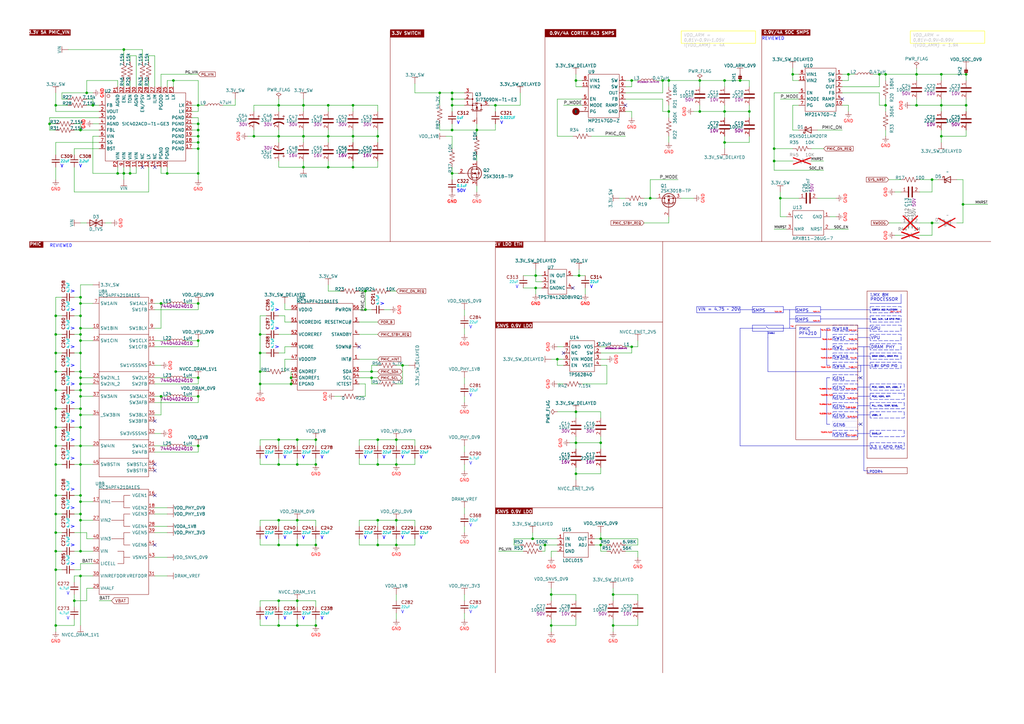
<source format=kicad_sch>
(kicad_sch (version 20230819) (generator eeschema)
  (paper "A3")
  (title_block (date "2023-05-13") (rev "1.00"))
  (junction (at 124.46 68.58))
  (junction (at 185.42 38.1))
  (junction (at 22.86 226.06))
  (junction (at 121.92 246.38))
  (junction (at 226.06 256.54))
  (junction (at 396.24 43.18) (diameter 0.9144))
  (junction (at 236.22 194.31))
  (junction (at 386.08 43.18) (diameter 0.9144))
  (junction (at 218.44 220.98))
  (junction (at 154.94 180.34))
  (junction (at 22.86 256.54))
  (junction (at 274.32 33.02))
  (junction (at 33.02 203.2))
  (junction (at 386.08 30.48) (diameter 0.9144))
  (junction (at 114.3 55.88) (diameter 0.9144))
  (junction (at 81.28 50.8))
  (junction (at 223.52 223.52))
  (junction (at 22.86 175.26))
  (junction (at 363.22 43.18) (diameter 0.9144))
  (junction (at 33.02 213.36))
  (junction (at 287.02 45.72) (diameter 0.9144))
  (junction (at 35.56 38.1))
  (junction (at 129.54 180.34))
  (junction (at 121.92 223.52))
  (junction (at 226.06 243.84))
  (junction (at 71.12 33.02))
  (junction (at 22.86 182.88))
  (junction (at 134.62 43.18))
  (junction (at 360.68 30.48))
  (junction (at 386.08 55.88))
  (junction (at 236.22 33.02))
  (junction (at 382.27 73.66))
  (junction (at 22.86 160.02))
  (junction (at 251.46 256.54))
  (junction (at 297.18 45.72) (diameter 0.9144))
  (junction (at 297.18 58.42) (diameter 0.9144))
  (junction (at 149.86 127))
  (junction (at 114.3 223.52))
  (junction (at 162.56 213.36))
  (junction (at 195.58 53.34))
  (junction (at 33.02 157.48))
  (junction (at 259.08 142.24))
  (junction (at 33.02 205.74))
  (junction (at 165.1 149.86))
  (junction (at 271.78 33.02))
  (junction (at 22.86 167.64))
  (junction (at 162.56 190.5))
  (junction (at 81.28 124.46))
  (junction (at 375.92 30.48) (diameter 0.9144))
  (junction (at 81.28 43.18))
  (junction (at 114.3 43.18) (diameter 0.9144))
  (junction (at 154.94 223.52))
  (junction (at 266.7 81.28))
  (junction (at 129.54 190.5))
  (junction (at 81.28 71.12))
  (junction (at 50.8 71.12))
  (junction (at 246.38 181.61) (diameter 0.9144))
  (junction (at 33.02 190.5))
  (junction (at 33.02 160.02))
  (junction (at 320.04 81.28))
  (junction (at 22.86 203.2))
  (junction (at 30.48 246.38))
  (junction (at 246.38 220.98))
  (junction (at 33.02 152.4))
  (junction (at 185.42 53.34))
  (junction (at 185.42 40.64))
  (junction (at 22.86 218.44))
  (junction (at 144.78 55.88))
  (junction (at 121.92 190.5))
  (junction (at 203.2 43.18))
  (junction (at 382.27 91.44))
  (junction (at 33.02 154.94))
  (junction (at 53.34 71.12))
  (junction (at 134.62 68.58))
  (junction (at 325.12 30.48))
  (junction (at 185.42 71.12))
  (junction (at 81.28 154.94))
  (junction (at 149.86 119.38))
  (junction (at 68.58 71.12))
  (junction (at 259.08 33.02))
  (junction (at 114.3 246.38))
  (junction (at 152.4 154.94))
  (junction (at 33.02 167.64))
  (junction (at 154.94 190.5))
  (junction (at 287.02 33.02))
  (junction (at 33.02 139.7))
  (junction (at 22.86 43.18))
  (junction (at 22.86 190.5))
  (junction (at 81.28 55.88))
  (junction (at 81.28 162.56))
  (junction (at 236.22 181.61) (diameter 0.9144))
  (junction (at 33.02 175.26))
  (junction (at 396.24 30.48))
  (junction (at 106.68 144.78))
  (junction (at 121.92 180.34))
  (junction (at 347.98 30.48))
  (junction (at 121.92 256.54))
  (junction (at 154.94 213.36))
  (junction (at 106.68 137.16))
  (junction (at 38.1 43.18))
  (junction (at 33.02 210.82))
  (junction (at 33.02 236.22))
  (junction (at 246.38 223.52))
  (junction (at 33.02 162.56))
  (junction (at 33.02 129.54))
  (junction (at 185.42 43.18))
  (junction (at 274.32 45.72) (diameter 0.9144))
  (junction (at 33.02 134.62))
  (junction (at 119.38 157.48))
  (junction (at 81.28 53.34))
  (junction (at 303.53 33.02))
  (junction (at 114.3 256.54))
  (junction (at 129.54 223.52))
  (junction (at 317.5 60.96))
  (junction (at 129.54 256.54))
  (junction (at 22.86 152.4))
  (junction (at 106.68 157.48))
  (junction (at 228.6 147.32))
  (junction (at 375.92 43.18) (diameter 0.9144))
  (junction (at 20.32 50.8))
  (junction (at 236.22 168.91) (diameter 0.9144))
  (junction (at 33.02 53.34))
  (junction (at 251.46 243.84))
  (junction (at 22.86 210.82))
  (junction (at 144.78 68.58))
  (junction (at 394.97 83.82))
  (junction (at 22.86 129.54))
  (junction (at 114.3 190.5))
  (junction (at 162.56 223.52))
  (junction (at 22.86 137.16))
  (junction (at 22.86 233.68))
  (junction (at 33.02 226.06))
  (junction (at 219.71 118.11))
  (junction (at 66.04 162.56))
  (junction (at 307.34 45.72) (diameter 0.9144))
  (junction (at 81.28 139.7))
  (junction (at 33.02 144.78))
  (junction (at 106.68 152.4))
  (junction (at 33.02 121.92))
  (junction (at 33.02 170.18))
  (junction (at 121.92 213.36))
  (junction (at 114.3 213.36))
  (junction (at 81.28 60.96))
  (junction (at 104.14 55.88))
  (junction (at 66.04 124.46))
  (junction (at 134.62 55.88) (diameter 0.9144))
  (junction (at 33.02 124.46))
  (junction (at 119.38 154.94))
  (junction (at 50.8 20.32))
  (junction (at 114.3 180.34))
  (junction (at 33.02 182.88))
  (junction (at 48.26 71.12))
  (junction (at 124.46 55.88) (diameter 0.9144))
  (junction (at 81.28 182.88))
  (junction (at 152.4 152.4))
  (junction (at 317.5 66.04))
  (junction (at 144.78 43.18))
  (junction (at 237.49 113.03))
  (junction (at 180.34 38.1))
  (junction (at 297.18 33.02) (diameter 0.9144))
  (junction (at 154.94 55.88))
  (junction (at 33.02 137.16))
  (junction (at 22.86 144.78))
  (junction (at 162.56 180.34))
  (junction (at 363.22 30.48))
  (junction (at 81.28 58.42))
  (junction (at 219.71 113.03))
  (junction (at 124.46 43.18) (diameter 0.9144))
  (no_connect (at 256.54 43.18))
  (no_connect (at 63.5 68.58))
  (no_connect (at 234.95 118.11))
  (no_connect (at 353.06 173.99))
  (no_connect (at 63.5 203.2))
  (no_connect (at 345.44 40.64))
  (no_connect (at 231.14 144.78))
  (no_connect (at 353.06 154.94))
  (no_connect (at 147.32 142.24))
  (no_connect (at 63.5 172.72))
  (no_connect (at 63.5 190.5))
  (no_connect (at 63.5 193.04))
  (no_connect (at 58.42 68.58))
  (no_connect (at 63.5 223.52))
  (wire (pts (xy 332.74 66.04) (xy 337.82 66.04)))
  (wire (pts (xy 320.04 88.9) (xy 322.58 88.9)))
  (wire (pts (xy 116.84 147.32) (xy 116.84 152.4)))
  (wire (pts (xy 114.3 187.96) (xy 114.3 190.5)))
  (wire (pts (xy 236.22 254) (xy 236.22 256.54)))
  (wire (pts (xy 147.32 127) (xy 149.86 127)))
  (wire (pts (xy 30.48 167.64) (xy 33.02 167.64)))
  (wire (pts (xy 218.44 218.44) (xy 218.44 220.98)))
  (wire (pts (xy 190.5 127) (xy 190.5 129.54)))
  (wire (pts (xy 63.5 22.86) (xy 60.96 22.86)))
  (wire (pts (xy 259.08 142.24) (xy 256.54 142.24)))
  (wire (pts (xy 223.52 223.52) (xy 223.52 226.06)))
  (wire (pts (xy 360.68 30.48) (xy 360.68 35.56)))
  (wire (pts (xy 226.06 241.3) (xy 226.06 243.84)))
  (wire (pts (xy 33.02 210.82) (xy 33.02 213.36)))
  (wire (pts (xy 237.49 110.49) (xy 237.49 113.03)))
  (wire (pts (xy 287.02 45.72) (xy 297.18 45.72)))
  (wire (pts (xy 33.02 203.2) (xy 33.02 205.74)))
  (wire (pts (xy 22.86 175.26) (xy 25.4 175.26)))
  (wire (pts (xy 358.14 30.48) (xy 360.68 30.48)))
  (wire (pts (xy 248.92 142.24) (xy 246.38 142.24)))
  (wire (pts (xy 22.86 182.88) (xy 22.86 175.26)))
  (polyline (pts (xy 351.79 170.18) (xy 356.87 170.18)))
  (wire (pts (xy 81.28 157.48) (xy 63.5 157.48)))
  (wire (pts (xy 248.92 149.86) (xy 248.92 157.48)))
  (wire (pts (xy 30.48 152.4) (xy 33.02 152.4)))
  (wire (pts (xy 144.78 68.58) (xy 154.94 68.58)))
  (wire (pts (xy 248.92 157.48) (xy 238.76 157.48)))
  (wire (pts (xy 367.03 78.74) (xy 369.57 78.74)))
  (wire (pts (xy 185.42 40.64) (xy 185.42 43.18)))
  (wire (pts (xy 347.98 43.18) (xy 347.98 45.72)))
  (wire (pts (xy 154.94 190.5) (xy 147.32 190.5)))
  (wire (pts (xy 226.06 243.84) (xy 226.06 246.38)))
  (wire (pts (xy 147.32 180.34) (xy 154.94 180.34)))
  (wire (pts (xy 287.02 33.02) (xy 287.02 35.56)))
  (wire (pts (xy 195.58 50.8) (xy 195.58 53.34)))
  (wire (pts (xy 251.46 241.3) (xy 251.46 243.84)))
  (wire (pts (xy 124.46 43.18) (xy 114.3 43.18)))
  (wire (pts (xy 185.42 60.96) (xy 185.42 55.88)))
  (wire (pts (xy 218.44 220.98) (xy 228.6 220.98)))
  (wire (pts (xy 373.38 43.18) (xy 375.92 43.18)))
  (wire (pts (xy 375.92 40.64) (xy 375.92 43.18)))
  (wire (pts (xy 254 81.28) (xy 256.54 81.28)))
  (wire (pts (xy 236.22 181.61) (xy 236.22 184.15)))
  (wire (pts (xy 266.7 81.28) (xy 269.24 81.28)))
  (wire (pts (xy 106.68 137.16) (xy 109.22 137.16)))
  (wire (pts (xy 129.54 220.98) (xy 129.54 223.52)))
  (wire (pts (xy 152.4 157.48) (xy 152.4 154.94)))
  (wire (pts (xy 226.06 243.84) (xy 236.22 243.84)))
  (wire (pts (xy 81.28 48.26) (xy 81.28 50.8)))
  (wire (pts (xy 386.08 43.18) (xy 386.08 45.72)))
  (wire (pts (xy 236.22 168.91) (xy 228.6 168.91)))
  (wire (pts (xy 147.32 182.88) (xy 147.32 180.34)))
  (wire (pts (xy 30.48 137.16) (xy 33.02 137.16)))
  (polyline (pts (xy 336.55 134.62) (xy 336.55 138.43)))
  (wire (pts (xy 104.14 53.34) (xy 104.14 55.88)))
  (wire (pts (xy 121.92 180.34) (xy 121.92 182.88)))
  (wire (pts (xy 33.02 121.92) (xy 33.02 124.46)))
  (wire (pts (xy 317.5 60.96) (xy 317.5 66.04)))
  (wire (pts (xy 22.86 203.2) (xy 25.4 203.2)))
  (wire (pts (xy 33.02 134.62) (xy 38.1 134.62)))
  (wire (pts (xy 236.22 194.31) (xy 236.22 196.85)))
  (wire (pts (xy 38.1 220.98) (xy 35.56 220.98)))
  (wire (pts (xy 190.5 162.56) (xy 190.5 165.1)))
  (wire (pts (xy 30.48 233.68) (xy 33.02 233.68)))
  (wire (pts (xy 251.46 259.08) (xy 251.46 256.54)))
  (wire (pts (xy 375.92 30.48) (xy 375.92 33.02)))
  (wire (pts (xy 121.92 223.52) (xy 114.3 223.52)))
  (wire (pts (xy 147.32 162.56) (xy 149.86 162.56)))
  (wire (pts (xy 106.68 223.52) (xy 106.68 220.98)))
  (wire (pts (xy 116.84 132.08) (xy 119.38 132.08)))
  (wire (pts (xy 162.56 220.98) (xy 162.56 223.52)))
  (wire (pts (xy 33.02 124.46) (xy 33.02 129.54)))
  (wire (pts (xy 190.5 215.9) (xy 190.5 218.44)))
  (wire (pts (xy 170.18 213.36) (xy 170.18 215.9)))
  (wire (pts (xy 22.86 218.44) (xy 25.4 218.44)))
  (wire (pts (xy 259.08 33.02) (xy 261.62 33.02)))
  (wire (pts (xy 307.34 45.72) (xy 297.18 45.72)))
  (wire (pts (xy 50.8 33.02) (xy 50.8 35.56)))
  (wire (pts (xy 35.56 38.1) (xy 25.4 38.1)))
  (wire (pts (xy 30.48 144.78) (xy 33.02 144.78)))
  (wire (pts (xy 114.3 40.64) (xy 114.3 43.18)))
  (wire (pts (xy 38.1 55.88) (xy 40.64 55.88)))
  (wire (pts (xy 22.86 210.82) (xy 25.4 210.82)))
  (wire (pts (xy 33.02 157.48) (xy 38.1 157.48)))
  (wire (pts (xy 274.32 35.56) (xy 274.32 33.02)))
  (wire (pts (xy 248.92 147.32) (xy 246.38 147.32)))
  (wire (pts (xy 106.68 215.9) (xy 106.68 213.36)))
  (wire (pts (xy 236.22 33.02) (xy 238.76 33.02)))
  (wire (pts (xy 48.26 68.58) (xy 48.26 71.12)))
  (wire (pts (xy 106.68 157.48) (xy 106.68 160.02)))
  (wire (pts (xy 114.3 55.88) (xy 124.46 55.88)))
  (wire (pts (xy 53.34 22.86) (xy 55.88 22.86)))
  (wire (pts (xy 66.04 30.48) (xy 66.04 35.56)))
  (wire (pts (xy 106.68 248.92) (xy 106.68 246.38)))
  (wire (pts (xy 33.02 236.22) (xy 38.1 236.22)))
  (wire (pts (xy 50.8 71.12) (xy 48.26 71.12)))
  (wire (pts (xy 382.27 91.44) (xy 382.27 96.52)))
  (polyline (pts (xy 369.57 120.65) (xy 369.57 124.46)))
  (wire (pts (xy 246.38 184.15) (xy 246.38 181.61)))
  (polyline (pts (xy 351.79 177.8) (xy 356.87 177.8)))
  (polyline (pts (xy 314.96 152.4) (xy 353.06 152.4)))
  (polyline (pts (xy 323.85 134.62) (xy 326.39 134.62)))
  (wire (pts (xy 81.28 58.42) (xy 81.28 60.96)))
  (wire (pts (xy 81.28 185.42) (xy 63.5 185.42)))
  (wire (pts (xy 152.4 154.94) (xy 154.94 154.94)))
  (wire (pts (xy 271.78 45.72) (xy 274.32 45.72)))
  (wire (pts (xy 106.68 144.78) (xy 109.22 144.78)))
  (wire (pts (xy 134.62 45.72) (xy 134.62 43.18)))
  (wire (pts (xy 147.32 147.32) (xy 154.94 147.32)))
  (wire (pts (xy 114.3 256.54) (xy 106.68 256.54)))
  (wire (pts (xy 236.22 168.91) (xy 236.22 171.45)))
  (wire (pts (xy 53.34 68.58) (xy 53.34 71.12)))
  (wire (pts (xy 134.62 55.88) (xy 124.46 55.88)))
  (polyline (pts (xy 323.85 130.81) (xy 326.39 130.81)))
  (wire (pts (xy 22.86 152.4) (xy 25.4 152.4)))
  (wire (pts (xy 162.56 213.36) (xy 170.18 213.36)))
  (wire (pts (xy 22.86 226.06) (xy 22.86 233.68)))
  (wire (pts (xy 213.36 223.52) (xy 210.82 223.52)))
  (wire (pts (xy 377.19 91.44) (xy 382.27 91.44)))
  (wire (pts (xy 237.49 113.03) (xy 234.95 113.03)))
  (wire (pts (xy 106.68 246.38) (xy 114.3 246.38)))
  (wire (pts (xy 48.26 33.02) (xy 35.56 33.02)))
  (wire (pts (xy 274.32 33.02) (xy 287.02 33.02)))
  (wire (pts (xy 33.02 124.46) (xy 38.1 124.46)))
  (wire (pts (xy 121.92 220.98) (xy 121.92 223.52)))
  (wire (pts (xy 63.5 228.6) (xy 68.58 228.6)))
  (wire (pts (xy 121.92 213.36) (xy 121.92 215.9)))
  (wire (pts (xy 121.92 246.38) (xy 129.54 246.38)))
  (wire (pts (xy 327.66 53.34) (xy 325.12 53.34)))
  (polyline (pts (xy 12.065 99.06) (xy 127 99.06)) (stroke (width 0) (color 132 0 0 1)))
  (wire (pts (xy 30.48 226.06) (xy 33.02 226.06)))
  (wire (pts (xy 116.84 129.54) (xy 116.84 132.08)))
  (wire (pts (xy 147.32 119.38) (xy 149.86 119.38)))
  (wire (pts (xy 231.14 147.32) (xy 228.6 147.32)))
  (wire (pts (xy 22.86 129.54) (xy 25.4 129.54)))
  (wire (pts (xy 68.58 68.58) (xy 68.58 71.12)))
  (wire (pts (xy 22.86 182.88) (xy 25.4 182.88)))
  (wire (pts (xy 22.86 129.54) (xy 22.86 137.16)))
  (wire (pts (xy 340.36 93.98) (xy 347.98 93.98)))
  (wire (pts (xy 320.04 40.64) (xy 327.66 40.64)))
  (wire (pts (xy 114.3 68.58) (xy 124.46 68.58)))
  (wire (pts (xy 55.88 68.58) (xy 55.88 71.12)))
  (wire (pts (xy 114.3 55.88) (xy 114.3 58.42)))
  (wire (pts (xy 33.02 170.18) (xy 38.1 170.18)))
  (wire (pts (xy 40.64 60.96) (xy 30.48 60.96)))
  (polyline (pts (xy 323.85 127) (xy 326.39 127)))
  (wire (pts (xy 236.22 191.77) (xy 236.22 194.31)))
  (wire (pts (xy 30.48 129.54) (xy 33.02 129.54)))
  (wire (pts (xy 214.63 118.11) (xy 219.71 118.11)))
  (wire (pts (xy 386.08 30.48) (xy 396.24 30.48)))
  (wire (pts (xy 256.54 33.02) (xy 259.08 33.02)))
  (wire (pts (xy 106.68 129.54) (xy 106.68 137.16)))
  (wire (pts (xy 274.32 45.72) (xy 274.32 48.26)))
  (wire (pts (xy 81.28 142.24) (xy 63.5 142.24)))
  (wire (pts (xy 144.78 66.04) (xy 144.78 68.58)))
  (wire (pts (xy 396.24 45.72) (xy 396.24 43.18)))
  (wire (pts (xy 382.27 73.66) (xy 384.81 73.66)))
  (wire (pts (xy 33.02 152.4) (xy 33.02 154.94)))
  (wire (pts (xy 219.71 118.11) (xy 222.25 118.11)))
  (wire (pts (xy 144.78 55.88) (xy 144.78 58.42)))
  (wire (pts (xy 261.62 243.84) (xy 261.62 246.38)))
  (wire (pts (xy 386.08 30.48) (xy 375.92 30.48)))
  (wire (pts (xy 106.68 129.54) (xy 109.22 129.54)))
  (wire (pts (xy 121.92 213.36) (xy 129.54 213.36)))
  (wire (pts (xy 154.94 220.98) (xy 154.94 223.52)))
  (wire (pts (xy 114.3 53.34) (xy 114.3 55.88)))
  (wire (pts (xy 256.54 45.72) (xy 259.08 45.72)))
  (wire (pts (xy 78.74 48.26) (xy 81.28 48.26)))
  (polyline (pts (xy 351.79 146.05) (xy 356.87 146.05)))
  (wire (pts (xy 222.25 226.06) (xy 223.52 226.06)))
  (wire (pts (xy 147.32 132.08) (xy 154.94 132.08)))
  (wire (pts (xy 317.5 38.1) (xy 317.5 60.96)))
  (wire (pts (xy 261.62 139.7) (xy 261.62 142.24)))
  (wire (pts (xy 242.57 55.88) (xy 256.54 55.88)))
  (wire (pts (xy 124.46 68.58) (xy 134.62 68.58)))
  (wire (pts (xy 38.1 43.18) (xy 40.64 43.18)))
  (wire (pts (xy 149.86 119.38) (xy 149.86 127)))
  (wire (pts (xy 203.2 43.18) (xy 213.36 43.18)))
  (polyline (pts (xy 303.53 134.62) (xy 308.61 134.62)))
  (wire (pts (xy 259.08 142.24) (xy 259.08 144.78)))
  (wire (pts (xy 68.58 236.22) (xy 63.5 236.22)))
  (wire (pts (xy 27.94 20.32) (xy 50.8 20.32)))
  (wire (pts (xy 114.3 254) (xy 114.3 256.54)))
  (wire (pts (xy 22.86 38.1) (xy 22.86 43.18)))
  (wire (pts (xy 392.43 91.44) (xy 394.97 91.44)))
  (wire (pts (xy 81.28 53.34) (xy 81.28 55.88)))
  (wire (pts (xy 50.8 20.32) (xy 58.42 20.32)))
  (wire (pts (xy 335.28 53.34) (xy 345.44 53.34)))
  (wire (pts (xy 63.5 162.56) (xy 66.04 162.56)))
  (wire (pts (xy 33.02 226.06) (xy 38.1 226.06)))
  (wire (pts (xy 134.62 66.04) (xy 134.62 68.58)))
  (wire (pts (xy 81.28 50.8) (xy 81.28 53.34)))
  (wire (pts (xy 134.62 43.18) (xy 144.78 43.18)))
  (polyline (pts (xy 336.55 130.81) (xy 356.87 130.81)))
  (wire (pts (xy 71.12 33.02) (xy 71.12 35.56)))
  (polyline (pts (xy 312.42 12.065) (xy 312.42 99.06)) (stroke (width 0) (color 132 0 0 1)))
  (wire (pts (xy 71.12 33.02) (xy 81.28 33.02)))
  (polyline (pts (xy 160.02 99.06) (xy 127 99.06)) (stroke (width 0) (color 132 0 0 1)))
  (wire (pts (xy 33.02 213.36) (xy 33.02 226.06)))
  (wire (pts (xy 162.56 243.84) (xy 162.56 246.38)))
  (wire (pts (xy 266.7 73.66) (xy 266.7 81.28)))
  (wire (pts (xy 190.5 154.94) (xy 190.5 157.48)))
  (wire (pts (xy 251.46 243.84) (xy 261.62 243.84)))
  (wire (pts (xy 81.28 182.88) (xy 81.28 185.42)))
  (wire (pts (xy 114.3 246.38) (xy 121.92 246.38)))
  (wire (pts (xy 210.82 220.98) (xy 218.44 220.98)))
  (wire (pts (xy 33.02 175.26) (xy 33.02 182.88)))
  (wire (pts (xy 81.28 43.18) (xy 81.28 45.72)))
  (wire (pts (xy 325.12 43.18) (xy 325.12 53.34)))
  (wire (pts (xy 63.5 182.88) (xy 68.58 182.88)))
  (polyline (pts (xy 303.53 127) (xy 308.61 127)))
  (polyline (pts (xy 327.66 138.43) (xy 336.55 138.43)))
  (wire (pts (xy 157.48 127) (xy 160.02 127)))
  (wire (pts (xy 332.74 60.96) (xy 337.82 60.96)))
  (polyline (pts (xy 351.79 166.37) (xy 356.87 166.37)))
  (wire (pts (xy 134.62 68.58) (xy 144.78 68.58)))
  (wire (pts (xy 30.48 190.5) (xy 33.02 190.5)))
  (polyline (pts (xy 339.09 154.94) (xy 340.36 154.94)))
  (wire (pts (xy 53.34 71.12) (xy 50.8 71.12)))
  (wire (pts (xy 106.68 137.16) (xy 106.68 144.78)))
  (wire (pts (xy 287.02 33.02) (xy 297.18 33.02)))
  (wire (pts (xy 20.32 48.26) (xy 20.32 50.8)))
  (wire (pts (xy 363.22 33.02) (xy 363.22 30.48)))
  (wire (pts (xy 259.08 45.72) (xy 259.08 48.26)))
  (wire (pts (xy 114.3 190.5) (xy 106.68 190.5)))
  (wire (pts (xy 68.58 35.56) (xy 68.58 33.02)))
  (wire (pts (xy 25.4 40.64) (xy 27.94 40.64)))
  (wire (pts (xy 30.48 254) (xy 30.48 256.54)))
  (polyline (pts (xy 314.96 135.89) (xy 314.96 138.43)))
  (wire (pts (xy 144.78 55.88) (xy 134.62 55.88)))
  (wire (pts (xy 22.86 121.92) (xy 25.4 121.92)))
  (wire (pts (xy 30.48 243.84) (xy 30.48 246.38)))
  (wire (pts (xy 274.32 43.18) (xy 274.32 45.72)))
  (wire (pts (xy 377.19 96.52) (xy 382.27 96.52)))
  (wire (pts (xy 307.34 55.88) (xy 307.34 58.42)))
  (wire (pts (xy 78.74 43.18) (xy 81.28 43.18)))
  (wire (pts (xy 360.68 43.18) (xy 363.22 43.18)))
  (wire (pts (xy 297.18 45.72) (xy 297.18 43.18)))
  (wire (pts (xy 279.4 81.28) (xy 284.48 81.28)))
  (wire (pts (xy 297.18 55.88) (xy 297.18 58.42)))
  (wire (pts (xy 261.62 256.54) (xy 251.46 256.54)))
  (wire (pts (xy 63.5 218.44) (xy 68.58 218.44)))
  (wire (pts (xy 363.22 53.34) (xy 363.22 55.88)))
  (wire (pts (xy 147.32 215.9) (xy 147.32 213.36)))
  (wire (pts (xy 195.58 63.5) (xy 195.58 66.04)))
  (wire (pts (xy 170.18 190.5) (xy 162.56 190.5)))
  (wire (pts (xy 38.1 71.12) (xy 38.1 55.88)))
  (wire (pts (xy 30.48 160.02) (xy 33.02 160.02)))
  (wire (pts (xy 134.62 116.84) (xy 134.62 119.38)))
  (wire (pts (xy 256.54 40.64) (xy 271.78 40.64)))
  (wire (pts (xy 165.1 149.86) (xy 165.1 157.48)))
  (wire (pts (xy 162.56 149.86) (xy 165.1 149.86)))
  (wire (pts (xy 33.02 91.44) (xy 35.56 91.44)))
  (wire (pts (xy 30.48 121.92) (xy 33.02 121.92)))
  (wire (pts (xy 246.38 226.06) (xy 248.92 226.06)))
  (wire (pts (xy 38.1 50.8) (xy 40.64 50.8)))
  (wire (pts (xy 81.28 60.96) (xy 78.74 60.96)))
  (wire (pts (xy 22.86 58.42) (xy 22.86 63.5)))
  (wire (pts (xy 219.71 120.65) (xy 219.71 118.11)))
  (wire (pts (xy 144.78 45.72) (xy 144.78 43.18)))
  (wire (pts (xy 78.74 55.88) (xy 81.28 55.88)))
  (wire (pts (xy 307.34 35.56) (xy 307.34 33.02)))
  (wire (pts (xy 228.6 147.32) (xy 228.6 149.86)))
  (wire (pts (xy 203.2 43.18) (xy 200.66 43.18)))
  (wire (pts (xy 63.5 149.86) (xy 66.04 149.86)))
  (wire (pts (xy 33.02 139.7) (xy 33.02 137.16)))
  (wire (pts (xy 106.68 152.4) (xy 106.68 157.48)))
  (wire (pts (xy 271.78 33.02) (xy 274.32 33.02)))
  (wire (pts (xy 170.18 187.96) (xy 170.18 190.5)))
  (wire (pts (xy 129.54 180.34) (xy 129.54 182.88)))
  (wire (pts (xy 106.68 152.4) (xy 109.22 152.4)))
  (wire (pts (xy 185.42 43.18) (xy 185.42 45.72)))
  (wire (pts (xy 256.54 223.52) (xy 261.62 223.52)))
  (wire (pts (xy 33.02 190.5) (xy 38.1 190.5)))
  (wire (pts (xy 30.48 182.88) (xy 33.02 182.88)))
  (wire (pts (xy 22.86 190.5) (xy 22.86 182.88)))
  (wire (pts (xy 22.86 167.64) (xy 22.86 160.02)))
  (wire (pts (xy 114.3 43.18) (xy 114.3 45.72)))
  (wire (pts (xy 25.4 190.5) (xy 22.86 190.5)))
  (wire (pts (xy 22.86 160.02) (xy 25.4 160.02)))
  (polyline (pts (xy 160.02 12.7) (xy 160.02 99.06)) (stroke (width 0) (color 132 0 0 1)))
  (wire (pts (xy 91.44 43.18) (xy 96.52 43.18)))
  (wire (pts (xy 394.97 83.82) (xy 405.13 83.82)))
  (wire (pts (xy 129.54 213.36) (xy 129.54 215.9)))
  (wire (pts (xy 190.5 134.62) (xy 190.5 137.16)))
  (wire (pts (xy 144.78 43.18) (xy 154.94 43.18)))
  (wire (pts (xy 240.03 120.65) (xy 240.03 118.11)))
  (wire (pts (xy 185.42 38.1) (xy 180.34 38.1)))
  (polyline (pts (xy 351.79 138.43) (xy 356.87 138.43)))
  (wire (pts (xy 237.49 113.03) (xy 240.03 113.03)))
  (wire (pts (xy 375.92 27.94) (xy 375.92 30.48)))
  (wire (pts (xy 317.5 60.96) (xy 325.12 60.96)))
  (wire (pts (xy 121.92 190.5) (xy 114.3 190.5)))
  (wire (pts (xy 375.92 43.18) (xy 386.08 43.18)))
  (wire (pts (xy 271.78 40.64) (xy 271.78 45.72)))
  (wire (pts (xy 214.63 113.03) (xy 219.71 113.03)))
  (wire (pts (xy 219.71 113.03) (xy 219.71 115.57)))
  (wire (pts (xy 256.54 38.1) (xy 271.78 38.1)))
  (wire (pts (xy 165.1 149.86) (xy 167.64 149.86)))
  (wire (pts (xy 33.02 144.78) (xy 33.02 152.4)))
  (wire (pts (xy 236.22 33.02) (xy 236.22 35.56)))
  (wire (pts (xy 154.94 213.36) (xy 162.56 213.36)))
  (wire (pts (xy 152.4 152.4) (xy 154.94 152.4)))
  (wire (pts (xy 154.94 223.52) (xy 147.32 223.52)))
  (wire (pts (xy 33.02 154.94) (xy 38.1 154.94)))
  (wire (pts (xy 185.42 71.12) (xy 187.96 71.12)))
  (polyline (pts (xy 160.02 99.06) (xy 406.4 99.06)) (stroke (width 0) (color 132 0 0 1)))
  (wire (pts (xy 185.42 40.64) (xy 190.5 40.64)))
  (wire (pts (xy 149.86 127) (xy 152.4 127)))
  (wire (pts (xy 325.12 30.48) (xy 327.66 30.48)))
  (polyline (pts (xy 340.36 149.86) (xy 339.09 149.86)))
  (wire (pts (xy 190.5 208.28) (xy 190.5 210.82)))
  (wire (pts (xy 63.5 154.94) (xy 68.58 154.94)))
  (wire (pts (xy 22.86 144.78) (xy 22.86 137.16)))
  (wire (pts (xy 386.08 55.88) (xy 396.24 55.88)))
  (polyline (pts (xy 339.09 134.62) (xy 340.36 134.62)))
  (wire (pts (xy 33.02 139.7) (xy 38.1 139.7)))
  (wire (pts (xy 119.38 147.32) (xy 116.84 147.32)))
  (wire (pts (xy 121.92 180.34) (xy 129.54 180.34)))
  (polyline (pts (xy 314.96 134.62) (xy 321.31 134.62)))
  (wire (pts (xy 223.52 223.52) (xy 228.6 223.52)))
  (wire (pts (xy 382.27 73.66) (xy 382.27 78.74)))
  (wire (pts (xy 33.02 162.56) (xy 33.02 167.64)))
  (wire (pts (xy 43.18 91.44) (xy 45.72 91.44)))
  (wire (pts (xy 154.94 55.88) (xy 144.78 55.88)))
  (wire (pts (xy 219.71 110.49) (xy 219.71 113.03)))
  (wire (pts (xy 185.42 68.58) (xy 185.42 71.12)))
  (wire (pts (xy 394.97 73.66) (xy 394.97 83.82)))
  (wire (pts (xy 66.04 30.48) (xy 81.28 30.48)))
  (wire (pts (xy 363.22 40.64) (xy 363.22 43.18)))
  (wire (pts (xy 162.56 190.5) (xy 154.94 190.5)))
  (wire (pts (xy 392.43 73.66) (xy 394.97 73.66)))
  (wire (pts (xy 78.74 58.42) (xy 81.28 58.42)))
  (wire (pts (xy 307.34 43.18) (xy 307.34 45.72)))
  (wire (pts (xy 76.2 139.7) (xy 81.28 139.7)))
  (wire (pts (xy 219.71 113.03) (xy 222.25 113.03)))
  (wire (pts (xy 154.94 157.48) (xy 152.4 157.48)))
  (wire (pts (xy 22.86 137.16) (xy 25.4 137.16)))
  (wire (pts (xy 66.04 134.62) (xy 63.5 134.62)))
  (wire (pts (xy 345.44 38.1) (xy 360.68 38.1)))
  (wire (pts (xy 185.42 43.18) (xy 190.5 43.18)))
  (wire (pts (xy 22.86 144.78) (xy 25.4 144.78)))
  (wire (pts (xy 185.42 38.1) (xy 185.42 40.64)))
  (wire (pts (xy 152.4 149.86) (xy 152.4 152.4)))
  (wire (pts (xy 170.18 220.98) (xy 170.18 223.52)))
  (wire (pts (xy 259.08 142.24) (xy 261.62 142.24)))
  (wire (pts (xy 33.02 53.34) (xy 30.48 53.34)))
  (wire (pts (xy 30.48 60.96) (xy 30.48 63.5)))
  (wire (pts (xy 386.08 30.48) (xy 386.08 33.02)))
  (wire (pts (xy 119.38 152.4) (xy 119.38 154.94)))
  (wire (pts (xy 162.56 180.34) (xy 170.18 180.34)))
  (wire (pts (xy 182.88 55.88) (xy 185.42 55.88)))
  (wire (pts (xy 170.18 34.29) (xy 170.18 38.1)))
  (wire (pts (xy 165.1 157.48) (xy 162.56 157.48)))
  (wire (pts (xy 33.02 116.84) (xy 33.02 121.92)))
  (wire (pts (xy 228.6 40.64) (xy 228.6 55.88)))
  (wire (pts (xy 35.56 40.64) (xy 38.1 40.64)))
  (wire (pts (xy 162.56 223.52) (xy 154.94 223.52)))
  (wire (pts (xy 297.18 60.96) (xy 297.18 58.42)))
  (wire (pts (xy 284.48 45.72) (xy 287.02 45.72)))
  (wire (pts (xy 154.94 213.36) (xy 154.94 215.9)))
  (wire (pts (xy 114.3 246.38) (xy 114.3 248.92)))
  (wire (pts (xy 259.08 144.78) (xy 246.38 144.78)))
  (wire (pts (xy 134.62 53.34) (xy 134.62 55.88)))
  (wire (pts (xy 231.14 149.86) (xy 228.6 149.86)))
  (wire (pts (xy 78.74 45.72) (xy 81.28 45.72)))
  (wire (pts (xy 68.58 33.02) (xy 71.12 33.02)))
  (wire (pts (xy 149.86 162.56) (xy 149.86 157.48)))
  (wire (pts (xy 256.54 226.06) (xy 261.62 226.06)))
  (wire (pts (xy 22.86 233.68) (xy 22.86 256.54)))
  (wire (pts (xy 30.48 78.74) (xy 30.48 68.58)))
  (wire (pts (xy 228.6 40.64) (xy 238.76 40.64)))
  (wire (pts (xy 287.02 43.18) (xy 287.02 45.72)))
  (wire (pts (xy 246.38 191.77) (xy 246.38 194.31)))
  (wire (pts (xy 190.5 38.1) (xy 185.42 38.1)))
  (wire (pts (xy 81.28 33.02) (xy 81.28 43.18)))
  (polyline (pts (xy 203.2 132.08) (xy 271.78 132.08)) (stroke (width 0) (color 132 0 0 1)))
  (wire (pts (xy 63.5 210.82) (xy 68.58 210.82)))
  (wire (pts (xy 345.44 30.48) (xy 347.98 30.48)))
  (wire (pts (xy 147.32 137.16) (xy 154.94 137.16)))
  (wire (pts (xy 116.84 129.54) (xy 114.3 129.54)))
  (wire (pts (xy 259.08 33.02) (xy 259.08 35.56)))
  (wire (pts (xy 22.86 53.34) (xy 20.32 53.34)))
  (wire (pts (xy 213.36 43.18) (xy 213.36 38.1)))
  (wire (pts (xy 38.1 116.84) (xy 33.02 116.84)))
  (wire (pts (xy 40.64 246.38) (xy 45.72 246.38)))
  (wire (pts (xy 104.14 45.72) (xy 104.14 43.18)))
  (wire (pts (xy 317.5 69.85) (xy 337.82 69.85)))
  (wire (pts (xy 58.42 25.4) (xy 58.42 20.32)))
  (wire (pts (xy 30.48 236.22) (xy 30.48 238.76)))
  (wire (pts (xy 33.02 53.34) (xy 40.64 53.34)))
  (wire (pts (xy 147.32 223.52) (xy 147.32 220.98)))
  (wire (pts (xy 116.84 124.46) (xy 116.84 127)))
  (wire (pts (xy 396.24 43.18) (xy 386.08 43.18)))
  (wire (pts (xy 180.34 53.34) (xy 185.42 53.34)))
  (wire (pts (xy 114.3 223.52) (xy 106.68 223.52)))
  (wire (pts (xy 185.42 50.8) (xy 185.42 53.34)))
  (wire (pts (xy 22.86 45.72) (xy 40.64 45.72)))
  (wire (pts (xy 106.68 190.5) (xy 106.68 187.96)))
  (wire (pts (xy 58.42 33.02) (xy 58.42 35.56)))
  (wire (pts (xy 33.02 236.22) (xy 30.48 236.22)))
  (wire (pts (xy 119.38 142.24) (xy 116.84 142.24)))
  (wire (pts (xy 124.46 40.64) (xy 124.46 43.18)))
  (wire (pts (xy 190.5 243.84) (xy 190.5 246.38)))
  (wire (pts (xy 170.18 223.52) (xy 162.56 223.52)))
  (polyline (pts (xy 336.55 127) (xy 356.87 127)))
  (wire (pts (xy 264.16 81.28) (xy 266.7 81.28)))
  (wire (pts (xy 33.02 182.88) (xy 38.1 182.88)))
  (wire (pts (xy 251.46 243.84) (xy 251.46 246.38)))
  (wire (pts (xy 101.6 55.88) (xy 104.14 55.88)))
  (wire (pts (xy 55.88 35.56) (xy 55.88 22.86)))
  (wire (pts (xy 33.02 205.74) (xy 33.02 210.82)))
  (wire (pts (xy 33.02 213.36) (xy 38.1 213.36)))
  (wire (pts (xy 180.34 38.1) (xy 180.34 43.18)))
  (wire (pts (xy 266.7 73.66) (xy 278.13 73.66)))
  (wire (pts (xy 124.46 55.88) (xy 124.46 53.34)))
  (wire (pts (xy 33.02 231.14) (xy 38.1 231.14)))
  (wire (pts (xy 81.28 71.12) (xy 81.28 73.66)))
  (wire (pts (xy 106.68 182.88) (xy 106.68 180.34)))
  (wire (pts (xy 377.19 78.74) (xy 382.27 78.74)))
  (wire (pts (xy 48.26 33.02) (xy 48.26 35.56)))
  (wire (pts (xy 22.86 160.02) (xy 22.86 152.4)))
  (wire (pts (xy 68.58 71.12) (xy 81.28 71.12)))
  (wire (pts (xy 203.2 50.8) (xy 203.2 53.34)))
  (wire (pts (xy 81.28 55.88) (xy 81.28 58.42)))
  (wire (pts (xy 228.6 147.32) (xy 226.06 147.32)))
  (wire (pts (xy 220.98 223.52) (xy 223.52 223.52)))
  (wire (pts (xy 271.78 33.02) (xy 271.78 38.1)))
  (wire (pts (xy 60.96 68.58) (xy 60.96 78.74)))
  (wire (pts (xy 236.22 194.31) (xy 246.38 194.31)))
  (wire (pts (xy 345.44 33.02) (xy 347.98 33.02)))
  (wire (pts (xy 261.62 254) (xy 261.62 256.54)))
  (wire (pts (xy 81.28 154.94) (xy 81.28 157.48)))
  (polyline (pts (xy 314.96 138.43) (xy 314.96 152.4)))
  (wire (pts (xy 162.56 251.46) (xy 162.56 254)))
  (wire (pts (xy 243.84 220.98) (xy 246.38 220.98)))
  (wire (pts (xy 119.38 157.48) (xy 106.68 157.48)))
  (wire (pts (xy 114.3 213.36) (xy 114.3 215.9)))
  (wire (pts (xy 25.4 38.1) (xy 25.4 40.64)))
  (wire (pts (xy 22.86 210.82) (xy 22.86 218.44)))
  (wire (pts (xy 33.02 157.48) (xy 33.02 154.94)))
  (wire (pts (xy 394.97 83.82) (xy 394.97 91.44)))
  (wire (pts (xy 81.28 165.1) (xy 63.5 165.1)))
  (wire (pts (xy 386.08 43.18) (xy 386.08 40.64)))
  (polyline (pts (xy 308.61 134.62) (xy 314.198 134.62)))
  (wire (pts (xy 195.58 53.34) (xy 185.42 53.34)))
  (wire (pts (xy 76.2 154.94) (xy 81.28 154.94)))
  (wire (pts (xy 121.92 256.54) (xy 114.3 256.54)))
  (wire (pts (xy 377.19 73.66) (xy 382.27 73.66)))
  (wire (pts (xy 116.84 127) (xy 119.38 127)))
  (wire (pts (xy 317.5 66.04) (xy 325.12 66.04)))
  (wire (pts (xy 22.86 233.68) (xy 25.4 233.68)))
  (wire (pts (xy 81.28 139.7) (xy 81.28 142.24)))
  (wire (pts (xy 106.68 144.78) (xy 106.68 152.4)))
  (polyline (pts (xy 339.09 173.99) (xy 339.09 154.94)))
  (wire (pts (xy 134.62 43.18) (xy 124.46 43.18)))
  (wire (pts (xy 50.8 20.32) (xy 50.8 25.4)))
  (wire (pts (xy 76.2 124.46) (xy 81.28 124.46)))
  (wire (pts (xy 307.34 33.02) (xy 303.53 33.02)))
  (wire (pts (xy 154.94 180.34) (xy 162.56 180.34)))
  (wire (pts (xy 236.22 181.61) (xy 236.22 179.07)))
  (wire (pts (xy 38.1 40.64) (xy 38.1 43.18)))
  (wire (pts (xy 60.96 78.74) (xy 30.48 78.74)))
  (wire (pts (xy 243.84 223.52) (xy 246.38 223.52)))
  (wire (pts (xy 195.58 76.2) (xy 195.58 78.74)))
  (wire (pts (xy 66.04 68.58) (xy 66.04 71.12)))
  (wire (pts (xy 246.38 223.52) (xy 246.38 226.06)))
  (wire (pts (xy 386.08 55.88) (xy 386.08 58.42)))
  (wire (pts (xy 180.34 50.8) (xy 180.34 53.34)))
  (wire (pts (xy 246.38 223.52) (xy 248.92 223.52)))
  (wire (pts (xy 124.46 66.04) (xy 124.46 68.58)))
  (wire (pts (xy 33.02 182.88) (xy 33.02 190.5)))
  (wire (pts (xy 363.22 43.18) (xy 363.22 45.72)))
  (wire (pts (xy 40.64 48.26) (xy 20.32 48.26)))
  (polyline (pts (xy 203.2 208.28) (xy 271.78 208.28)) (stroke (width 0) (color 132 0 0 1)))
  (polyline (pts (xy 339.09 149.86) (xy 339.09 134.62)))
  (polyline (pts (xy 321.31 134.62) (xy 323.85 134.62)))
  (wire (pts (xy 35.56 241.3) (xy 38.1 241.3)))
  (wire (pts (xy 226.06 259.08) (xy 226.06 256.54)))
  (wire (pts (xy 162.56 187.96) (xy 162.56 190.5)))
  (wire (pts (xy 106.68 213.36) (xy 114.3 213.36)))
  (wire (pts (xy 30.48 175.26) (xy 33.02 175.26)))
  (wire (pts (xy 33.02 139.7) (xy 33.02 144.78)))
  (wire (pts (xy 396.24 33.02) (xy 396.24 30.48)))
  (wire (pts (xy 121.92 187.96) (xy 121.92 190.5)))
  (polyline (pts (xy 356.87 124.46) (xy 369.57 124.46)))
  (wire (pts (xy 147.32 154.94) (xy 152.4 154.94)))
  (wire (pts (xy 33.02 190.5) (xy 33.02 203.2)))
  (wire (pts (xy 22.86 167.64) (xy 25.4 167.64)))
  (wire (pts (xy 195.58 55.88) (xy 195.58 53.34)))
  (wire (pts (xy 231.14 142.24) (xy 228.6 142.24)))
  (wire (pts (xy 203.2 43.18) (xy 203.2 45.72)))
  (wire (pts (xy 147.32 152.4) (xy 152.4 152.4)))
  (wire (pts (xy 303.53 33.02) (xy 297.18 33.02)))
  (wire (pts (xy 129.54 187.96) (xy 129.54 190.5)))
  (wire (pts (xy 320.04 81.28) (xy 320.04 88.9)))
  (wire (pts (xy 335.28 81.28) (xy 342.9 81.28)))
  (wire (pts (xy 170.18 38.1) (xy 180.34 38.1)))
  (wire (pts (xy 81.28 60.96) (xy 81.28 71.12)))
  (wire (pts (xy 66.04 124.46) (xy 68.58 124.46)))
  (wire (pts (xy 342.9 88.9) (xy 340.36 88.9)))
  (wire (pts (xy 81.28 162.56) (xy 81.28 165.1)))
  (wire (pts (xy 274.32 88.9) (xy 274.32 91.44)))
  (wire (pts (xy 33.02 167.64) (xy 33.02 170.18)))
  (wire (pts (xy 33.02 205.74) (xy 38.1 205.74)))
  (wire (pts (xy 63.5 177.8) (xy 66.04 177.8)))
  (wire (pts (xy 22.86 121.92) (xy 22.86 129.54)))
  (wire (pts (xy 226.06 254) (xy 226.06 256.54)))
  (wire (pts (xy 162.56 180.34) (xy 162.56 182.88)))
  (wire (pts (xy 22.86 203.2) (xy 22.86 210.82)))
  (polyline (pts (xy 351.79 134.62) (xy 356.87 134.62)))
  (wire (pts (xy 246.38 171.45) (xy 246.38 168.91)))
  (polyline (pts (xy 271.78 99.06) (xy 271.78 275.971)) (stroke (width 0) (color 132 0 0 1)))
  (wire (pts (xy 121.92 246.38) (xy 121.92 248.92)))
  (polyline (pts (xy 351.79 158.75) (xy 356.87 158.75)))
  (wire (pts (xy 129.54 223.52) (xy 121.92 223.52)))
  (wire (pts (xy 364.49 73.66) (xy 369.57 73.66)))
  (wire (pts (xy 106.68 180.34) (xy 114.3 180.34)))
  (wire (pts (xy 114.3 180.34) (xy 114.3 182.88)))
  (wire (pts (xy 35.56 33.02) (xy 35.56 38.1)))
  (wire (pts (xy 35.56 218.44) (xy 30.48 218.44)))
  (wire (pts (xy 320.04 78.74) (xy 320.04 81.28)))
  (wire (pts (xy 104.14 55.88) (xy 114.3 55.88)))
  (wire (pts (xy 236.22 243.84) (xy 236.22 246.38)))
  (wire (pts (xy 170.18 180.34) (xy 170.18 182.88)))
  (wire (pts (xy 60.96 33.02) (xy 60.96 35.56)))
  (polyline (pts (xy 340.36 173.99) (xy 339.09 173.99)))
  (polyline (pts (xy 351.79 149.86) (xy 356.87 149.86)))
  (wire (pts (xy 63.5 215.9) (xy 68.58 215.9)))
  (polyline (pts (xy 314.198 133.858) (xy 314.96 134.62)))
  (wire (pts (xy 22.86 50.8) (xy 20.32 50.8)))
  (wire (pts (xy 264.16 91.44) (xy 274.32 91.44)))
  (wire (pts (xy 30.48 210.82) (xy 33.02 210.82)))
  (wire (pts (xy 33.02 233.68) (xy 33.02 231.14)))
  (wire (pts (xy 317.5 66.04) (xy 317.5 69.85)))
  (wire (pts (xy 363.22 30.48) (xy 375.92 30.48)))
  (wire (pts (xy 30.48 203.2) (xy 33.02 203.2)))
  (wire (pts (xy 35.56 246.38) (xy 35.56 241.3)))
  (wire (pts (xy 22.86 175.26) (xy 22.86 167.64)))
  (wire (pts (xy 124.46 43.18) (xy 124.46 45.72)))
  (wire (pts (xy 129.54 256.54) (xy 121.92 256.54)))
  (wire (pts (xy 33.02 162.56) (xy 38.1 162.56)))
  (wire (pts (xy 297.18 58.42) (xy 307.34 58.42)))
  (wire (pts (xy 114.3 66.04) (xy 114.3 68.58)))
  (wire (pts (xy 233.68 181.61) (xy 236.22 181.61)))
  (wire (pts (xy 382.27 91.44) (xy 384.81 91.44)))
  (wire (pts (xy 33.02 170.18) (xy 33.02 175.26)))
  (wire (pts (xy 190.5 251.46) (xy 190.5 254)))
  (wire (pts (xy 53.34 33.02) (xy 53.34 35.56)))
  (wire (pts (xy 160.02 119.38) (xy 162.56 119.38)))
  (wire (pts (xy 236.22 168.91) (xy 246.38 168.91)))
  (wire (pts (xy 66.04 71.12) (xy 68.58 71.12)))
  (wire (pts (xy 246.38 220.98) (xy 261.62 220.98)))
  (wire (pts (xy 114.3 180.34) (xy 121.92 180.34)))
  (wire (pts (xy 236.22 35.56) (xy 238.76 35.56)))
  (polyline (pts (xy 223.52 12.065) (xy 223.52 99.06)) (stroke (width 0) (color 132 0 0 1)))
  (wire (pts (xy 269.24 33.02) (xy 271.78 33.02)))
  (wire (pts (xy 33.02 137.16) (xy 33.02 134.62)))
  (wire (pts (xy 22.86 256.54) (xy 30.48 256.54)))
  (wire (pts (xy 78.74 53.34) (xy 81.28 53.34)))
  (wire (pts (xy 63.5 208.28) (xy 68.58 208.28)))
  (wire (pts (xy 38.1 38.1) (xy 35.56 38.1)))
  (wire (pts (xy 129.54 190.5) (xy 121.92 190.5)))
  (wire (pts (xy 114.3 213.36) (xy 121.92 213.36)))
  (wire (pts (xy 134.62 119.38) (xy 139.7 119.38)))
  (polyline (pts (xy 203.2 99.06) (xy 203.2 275.971)) (stroke (width 0) (color 132 0 0 1)))
  (wire (pts (xy 147.32 213.36) (xy 154.94 213.36)))
  (wire (pts (xy 251.46 254) (xy 251.46 256.54)))
  (wire (pts (xy 190.5 182.88) (xy 190.5 185.42)))
  (wire (pts (xy 147.32 190.5) (xy 147.32 187.96)))
  (wire (pts (xy 30.48 246.38) (xy 35.56 246.38)))
  (wire (pts (xy 134.62 55.88) (xy 134.62 58.42)))
  (wire (pts (xy 149.86 119.38) (xy 152.4 119.38)))
  (wire (pts (xy 22.86 190.5) (xy 22.86 203.2)))
  (wire (pts (xy 325.12 33.02) (xy 327.66 33.02)))
  (wire (pts (xy 210.82 223.52) (xy 210.82 220.98)))
  (wire (pts (xy 81.28 127) (xy 63.5 127)))
  (wire (pts (xy 33.02 53.34) (xy 33.02 50.8)))
  (polyline (pts (xy 321.31 127) (xy 323.85 127)))
  (wire (pts (xy 33.02 50.8) (xy 30.48 50.8)))
  (wire (pts (xy 63.5 124.46) (xy 66.04 124.46)))
  (wire (pts (xy 76.2 182.88) (xy 81.28 182.88)))
  (wire (pts (xy 55.88 71.12) (xy 53.34 71.12)))
  (wire (pts (xy 124.46 55.88) (xy 124.46 58.42)))
  (wire (pts (xy 154.94 45.72) (xy 154.94 43.18)))
  (wire (pts (xy 106.68 256.54) (xy 106.68 254)))
  (wire (pts (xy 345.44 43.18) (xy 347.98 43.18)))
  (wire (pts (xy 22.86 152.4) (xy 22.86 144.78)))
  (wire (pts (xy 236.22 30.48) (xy 236.22 33.02)))
  (wire (pts (xy 20.32 53.34) (xy 20.32 50.8)))
  (wire (pts (xy 22.86 256.54) (xy 22.86 259.08)))
  (wire (pts (xy 63.5 139.7) (xy 68.58 139.7)))
  (wire (pts (xy 261.62 223.52) (xy 261.62 220.98)))
  (wire (pts (xy 53.34 22.86) (xy 53.34 25.4)))
  (wire (pts (xy 63.5 170.18) (xy 66.04 170.18)))
  (wire (pts (xy 246.38 179.07) (xy 246.38 181.61)))
  (wire (pts (xy 147.32 157.48) (xy 149.86 157.48)))
  (wire (pts (xy 76.2 162.56) (xy 81.28 162.56)))
  (wire (pts (xy 114.3 220.98) (xy 114.3 223.52)))
  (wire (pts (xy 33.02 129.54) (xy 33.02 134.62)))
  (wire (pts (xy 116.84 142.24) (xy 116.84 144.78)))
  (polyline (pts (xy 303.53 182.88) (xy 303.53 134.62)))
  (wire (pts (xy 129.54 246.38) (xy 129.54 248.92)))
  (wire (pts (xy 185.42 73.66) (xy 185.42 71.12)))
  (wire (pts (xy 154.94 187.96) (xy 154.94 190.5)))
  (polyline (pts (xy 323.85 127) (xy 323.85 134.62)))
  (wire (pts (xy 50.8 68.58) (xy 50.8 71.12)))
  (wire (pts (xy 50.8 71.12) (xy 50.8 73.66)))
  (wire (pts (xy 297.18 33.02) (xy 297.18 35.56)))
  (wire (pts (xy 78.74 50.8) (xy 81.28 50.8)))
  (wire (pts (xy 154.94 53.34) (xy 154.94 55.88)))
  (wire (pts (xy 33.02 162.56) (xy 33.02 160.02)))
  (wire (pts (xy 154.94 58.42) (xy 154.94 55.88)))
  (wire (pts (xy 236.22 256.54) (xy 226.06 256.54)))
  (wire (pts (xy 121.92 254) (xy 121.92 256.54)))
  (wire (pts (xy 81.28 124.46) (xy 81.28 127)))
  (wire (pts (xy 320.04 81.28) (xy 327.66 81.28)))
  (wire (pts (xy 22.86 68.58) (xy 22.86 73.66)))
  (wire (pts (xy 360.68 38.1) (xy 360.68 43.18)))
  (wire (pts (xy 345.44 35.56) (xy 360.68 35.56)))
  (wire (pts (xy 234.95 55.88) (xy 228.6 55.88)))
  (wire (pts (xy 154.94 149.86) (xy 152.4 149.86)))
  (wire (pts (xy 40.64 58.42) (xy 22.86 58.42)))
  (wire (pts (xy 48.26 71.12) (xy 38.1 71.12)))
  (wire (pts (xy 347.98 30.48) (xy 350.52 30.48)))
  (wire (pts (xy 386.08 53.34) (xy 386.08 55.88)))
  (wire (pts (xy 35.56 220.98) (xy 35.56 218.44)))
  (wire (pts (xy 246.38 181.61) (xy 236.22 181.61)))
  (wire (pts (xy 137.16 162.56) (xy 139.7 162.56)))
  (wire (pts (xy 396.24 40.64) (xy 396.24 43.18)))
  (wire (pts (xy 119.38 137.16) (xy 114.3 137.16)))
  (wire (pts (xy 154.94 66.04) (xy 154.94 68.58)))
  (polyline (pts (xy 354.33 142.24) (xy 354.33 193.04)))
  (wire (pts (xy 231.14 43.18) (xy 238.76 43.18)))
  (wire (pts (xy 144.78 53.34) (xy 144.78 55.88)))
  (wire (pts (xy 104.14 43.18) (xy 114.3 43.18)))
  (wire (pts (xy 63.5 35.56) (xy 63.5 22.86)))
  (wire (pts (xy 81.28 43.18) (xy 83.82 43.18)))
  (wire (pts (xy 22.86 226.06) (xy 25.4 226.06)))
  (wire (pts (xy 226.06 228.6) (xy 226.06 226.06)))
  (wire (pts (xy 360.68 30.48) (xy 363.22 30.48)))
  (wire (pts (xy 325.12 30.48) (xy 325.12 33.02)))
  (wire (pts (xy 203.2 53.34) (xy 195.58 53.34)))
  (wire (pts (xy 226.06 226.06) (xy 228.6 226.06)))
  (polyline (pts (xy 354.33 193.04) (xy 355.6 193.04)))
  (wire (pts (xy 231.14 157.48) (xy 228.6 157.48)))
  (wire (pts (xy 66.04 162.56) (xy 68.58 162.56)))
  (wire (pts (xy 119.38 154.94) (xy 119.38 157.48)))
  (wire (pts (xy 364.49 91.44) (xy 369.57 91.44)))
  (wire (pts (xy 35.56 43.18) (xy 38.1 43.18)))
  (wire (pts (xy 317.5 38.1) (xy 327.66 38.1)))
  (wire (pts (xy 66.04 162.56) (xy 66.04 170.18)))
  (wire (pts (xy 22.86 43.18) (xy 22.86 45.72)))
  (wire (pts (xy 307.34 48.26) (xy 307.34 45.72)))
  (polyline (pts (xy 356.87 182.88) (xy 303.53 182.88)))
  (wire (pts (xy 162.56 213.36) (xy 162.56 215.9)))
  (wire (pts (xy 367.03 96.52) (xy 369.57 96.52)))
  (wire (pts (xy 204.47 226.06) (xy 214.63 226.06)))
  (wire (pts (xy 116.84 144.78) (xy 114.3 144.78)))
  (wire (pts (xy 60.96 22.86) (xy 60.96 25.4)))
  (wire (pts (xy 154.94 180.34) (xy 154.94 182.88)))
  (wire (pts (xy 274.32 55.88) (xy 274.32 58.42)))
  (wire (pts (xy 219.71 115.57) (xy 222.25 115.57)))
  (polyline (pts (xy 351.79 162.56) (xy 356.87 162.56)))
  (wire (pts (xy 22.86 218.44) (xy 22.86 226.06)))
  (wire (pts (xy 96.52 40.64) (xy 96.52 43.18)))
  (polyline (pts (xy 351.79 154.94) (xy 353.06 154.94)))
  (wire (pts (xy 325.12 27.94) (xy 325.12 30.48)))
  (wire (pts (xy 248.92 149.86) (xy 246.38 149.86)))
  (wire (pts (xy 297.18 45.72) (xy 297.18 48.26)))
  (polyline (pts (xy 351.79 142.24) (xy 356.87 142.24)))
  (wire (pts (xy 30.48 246.38) (xy 30.48 248.92)))
  (wire (pts (xy 246.38 218.44) (xy 246.38 220.98)))
  (wire (pts (xy 256.54 35.56) (xy 259.08 35.56)))
  (wire (pts (xy 261.62 226.06) (xy 261.62 228.6)))
  (wire (pts (xy 322.58 93.98) (xy 317.5 93.98)))
  (wire (pts (xy 33.02 236.22) (xy 33.02 256.54)))
  (wire (pts (xy 325.12 43.18) (xy 327.66 43.18)))
  (polyline (pts (xy 353.06 149.86) (xy 353.06 152.4)))
  (wire (pts (xy 190.5 190.5) (xy 190.5 193.04)))
  (wire (pts (xy 396.24 53.34) (xy 396.24 55.88)))
  (wire (pts (xy 22.86 43.18) (xy 27.94 43.18)))
  (wire (pts (xy 129.54 254) (xy 129.54 256.54)))
  (wire (pts (xy 66.04 124.46) (xy 66.04 134.62)))
  (polyline (pts (xy 351.79 173.99) (xy 353.06 173.99)))
  (wire (pts (xy 33.02 157.48) (xy 33.02 160.02)))
  (wire (pts (xy 347.98 30.48) (xy 347.98 33.02)))
  (rectangle (start 326.39 133.35) (end 351.79 180.34) (stroke (width 0) (color 132 0 0 1)))
  (rectangle (start 341.63 168.91) (end 351.79 171.45) (stroke (width 0) (type dash)))
  (rectangle (start 356.87 125.73) (end 369.57 128.27) (stroke (width 0) (type dash)))
  (rectangle (start 341.63 157.48) (end 351.79 160.02) (stroke (width 0) (type dash)))
  (rectangle (start 308.61 125.73) (end 321.31 128.27))
  (rectangle (start 341.63 176.53) (end 351.79 179.07) (stroke (width 0) (type dash)))
  (rectangle (start 223.52 11.938) (end 252.73 15.24) (stroke (width -0.0001)) (fill (type color) (color 132 0 0 1)))
  (rectangle (start 326.39 129.54) (end 336.55 132.08))
  (rectangle (start 12.065 12.065) (end 28.956 14.605) (stroke (width -0.0001)) (fill (type color) (color 132 0 0 1)))
  (rectangle (start 356.87 181.61) (end 370.84 184.15) (stroke (width 0) (type dash)))
  (rectangle (start 356.87 133.35) (end 369.57 135.89) (stroke (width 0) (type dash)))
  (rectangle (start 160.02 12.065) (end 173.99 15.367) (stroke (width -0.0001)) (fill (type color) (color 132 0 0 1)))
  (rectangle (start 356.87 129.54) (end 369.57 132.08) (stroke (width 0) (type dash)))
  (rectangle (start 326.39 125.73) (end 336.55 128.27))
  (rectangle (start 341.63 165.1) (end 351.79 167.64) (stroke (width 0) (type dash)))
  (rectangle (start 355.6 119.38) (end 372.11 187.96) (stroke (width 0) (color 132 0 0 1)))
  (rectangle (start 308.61 133.35) (end 321.31 135.89))
  (rectangle (start 203.2 132.08) (end 218.44 134.62) (stroke (width -0.0001)) (fill (type color) (color 132 0 0 1)))
  (rectangle (start 341.63 148.59) (end 351.79 151.13) (stroke (width 0) (type dash)))
  (rectangle (start 341.63 172.72) (end 351.79 175.26) (stroke (width 0) (type dot)))
  (rectangle (start 356.87 161.29) (end 370.84 163.83) (stroke (width 0) (type dash)))
  (rectangle (start 341.63 153.67) (end 351.79 156.21) (stroke (width 0) (type dash)))
  (rectangle (start 356.87 137.16) (end 369.57 139.7) (stroke (width 0) (type dash)))
  (rectangle (start 341.63 161.29) (end 351.79 163.83) (stroke (width 0) (type dash)))
  (rectangle (start 203.2 208.28) (end 218.44 210.82) (stroke (width -0.0001)) (fill (type color) (color 132 0 0 1)))
  (rectangle (start 356.87 157.48) (end 370.84 160.02) (stroke (width 0) (type dash)))
  (rectangle (start 312.42 12.065) (end 332.359 14.605) (stroke (width -0.0001)) (fill (type color) (color 132 0 0 1)))
  (rectangle (start 12.065 99.06) (end 17.78 101.6) (stroke (width -0.0001)) (fill (type color) (color 132 0 0 1)))
  (rectangle (start 285.75 125.73) (end 303.53 128.27))
  (rectangle (start 355.6 191.77) (end 372.11 194.31) (stroke (width 0) (color 132 0 0 1)))
  (rectangle (start 203.2 99.06) (end 214.63 101.6) (stroke (width -0.0001)) (fill (type color) (color 132 0 0 1)))
  (rectangle (start 356.87 168.91) (end 370.84 171.45) (stroke (width 0) (type dash)))
  (rectangle (start 356.87 148.59) (end 369.57 151.13) (stroke (width 0) (type dash)))
  (rectangle (start 341.63 140.97) (end 351.79 143.51) (stroke (width 0) (type dash)))
  (rectangle (start 341.63 137.16) (end 351.79 139.7) (stroke (width 0) (type dash)))
  (rectangle (start 356.87 176.53) (end 370.84 179.07) (stroke (width 0) (type dash)))
  (rectangle (start 356.87 165.1) (end 370.84 167.64) (stroke (width 0) (type dash)))
  (rectangle (start 356.87 144.78) (end 369.57 147.32) (stroke (width 0) (type dash)))
  (rectangle (start 341.63 144.78) (end 351.79 147.32) (stroke (width 0) (type dash)))
  (rectangle (start 341.63 133.35) (end 351.79 135.89) (stroke (width 0) (type dash)))
  (rectangle (start 356.87 140.97) (end 369.57 143.51) (stroke (width 0) (type dash)))
  (text_box "VDD_ARM = 0.81V~0.9V~1.05V\nI(VDD_AMM) = 4A" (at 279.4 12.7 0) (size 30.48 5.08) (stroke (width 0) (color 255 255 0 1)) (effects (font (size 1.27 1.27) italic) (justify left top)))
  (text_box "VDD_ARM = 0.81V~0.9V~0.99V\nI(VDD_AMM) = 1.9A" (at 373.38 12.7 0) (size 30.48 5.08) (stroke (width 0) (color 255 255 0 1)) (effects (font (size 1.27 1.27) italic) (justify left top)))
  (text "PCIE, HDMI, MIPI, USB1, 2" (at 357.505 159.385 0) (effects (font (size 0.6 0.6)) (justify left bottom)))
  (text "SNVS_LP" (at 357.505 178.435 0) (effects (font (size 0.6 0.6)) (justify left bottom)))
  (text "PMIC" (at 17.018 101.092 0) (effects (font (size 1.27 1.27) (thickness 0.254) bold) (justify right bottom)))
  (text "*0.9V/2A" (at 333.375 132.08 0) (effects (font (size 0.4 0.4)) (justify left bottom)))
  (text "PROCESSOR" (at 356.87 123.698 0) (effects (font (size 1.27 1.27)) (justify left bottom)))
  (text "3.3V SWITCH" (at 172.72 14.605 0) (effects (font (size 1.27 1.27) (thickness 0.254) bold) (justify right bottom)))
  (text "SMPS" (at 326.39 132.08 0) (effects (font (size 1.27 1.27)) (justify left bottom)))
  (text "VSNVS" (at 341.63 179.07 0) (effects (font (size 1.27 1.27)) (justify left bottom)))
  (text "1.8V GPIO PIO" (at 357.124 150.876 0) (effects (font (size 1 1)) (justify left bottom)))
  (text "SMPS" (at 326.39 128.27 0) (effects (font (size 1.27 1.27)) (justify left bottom)))
  (text "PLL, XTAL, TEMP. SENS." (at 357.505 167.005 0) (effects (font (size 0.6 0.6)) (justify left bottom)))
  (text "REVIEWED" (at 20.32 101.6 0) (effects (font (size 1.27 1.27)) (justify left bottom)))
  (text "*1.8V/1A" (at 347.98 151.13 0) (effects (font (size 0.5 0.5)) (justify left bottom)))
  (text "GEN3" (at 341.63 163.83 0) (effects (font (size 1.27 1.27)) (justify left bottom)))
  (text "*0.5MA/3.3V" (at 336.55 177.8 0) (effects (font (size 0.5 0.5)) (justify left bottom)))
  (text "SNVS 0.9V LDO" (at 218.44 210.82 0) (effects (font (size 1.27 1.27) (thickness 0.254) bold) (justify right bottom)))
  (text "*3.3V/0.1A" (at 347.345 171.45 0) (effects (font (size 0.5 0.5)) (justify left bottom)))
  (text "*0.9V/0.25A" (at 346.71 160.02 0) (effects (font (size 0.5 0.5)) (justify left bottom)))
  (text "*4A" (at 324.104 134.366 0) (effects (font (size 0.5 0.5)) (justify left bottom)))
  (text "GEN6" (at 341.63 175.26 0) (effects (font (size 1.27 1.27)) (justify left bottom)))
  (text "*0.85A/3.3V" (at 336.55 143.764 0) (effects (font (size 0.5 0.5)) (justify left bottom)))
  (text "*0.9V/4A" (at 333.375 128.27 0) (effects (font (size 0.4 0.4)) (justify left bottom)))
  (text "*1V/3A" (at 348.615 147.32 0) (effects (font (size 0.5 0.5)) (justify left bottom)))
  (text "SMPS" (at 308.61 128.27 0) (effects (font (size 1.27 1.27)) (justify left bottom)))
  (text "*0.028A/3.3V" (at 336.55 162.56 0) (effects (font (size 0.5 0.5)) (justify left bottom)))
  (text "DRAM PHY" (at 357.124 143.256 0) (effects (font (size 1.27 1.27)) (justify left bottom)))
  (text "DRAM CONT., DRAM PYH" (at 357.505 146.685 0) (effects (font (size 0.6 0.6)) (justify left bottom)))
  (text "PF4210" (at 327.66 137.668 0) (effects (font (size 1.27 1.27)) (justify left bottom)))
  (text "*0.068A/3.3V" (at 335.915 160.02 0) (effects (font (size 0.5 0.5)) (justify left bottom)))
  (text "*1V/1.5MA" (at 347.345 179.07 0) (effects (font (size 0.5 0.5)) (justify left bottom)))
  (text "GEN5" (at 341.63 171.45 0) (effects (font (size 1.27 1.27)) (justify left bottom)))
  (text "*1.8V/0.1A" (at 347.345 163.83 0) (effects (font (size 0.5 0.5)) (justify left bottom)))
  (text "SW1AB" (at 341.63 135.89 0) (effects (font (size 1.27 1.27)) (justify left bottom)))
  (text "3.3 V GPIO PAO" (at 356.87 184.15 0) (effects (font (size 1.1 1.1)) (justify left bottom)))
  (text "GEN2" (at 341.63 160.02 0) (effects (font (size 1.27 1.27)) (justify left bottom)))
  (text "SW4A" (at 341.63 151.13 0) (effects (font (size 1.27 1.27)) (justify left bottom)))
  (text "REVIEWED" (at 312.42 16.637 0) (effects (font (size 1.27 1.27)) (justify left bottom)))
  (text "*0.7A/3.3V" (at 336.55 135.89 0) (effects (font (size 0.5 0.5)) (justify left bottom)))
  (text "VIN = 4.75 ~ 20V" (at 286.258 127.762 0) (effects (font (size 1.27 1.27)) (justify left bottom)))
  (text "*0.6A/3.3V" (at 337.058 139.7 0) (effects (font (size 0.5 0.5)) (justify left bottom)))
  (text "(0.9 V, 4.0 A)" (at 365.125 128.27 0) (effects (font (size 0.4 0.4)) (justify left bottom)))
  (text "*0.028A/3.3V" (at 335.915 170.18 0) (effects (font (size 0.5 0.5)) (justify left bottom)))
  (text "1V LDO ETH" (at 214.376 101.092 0) (effects (font (size 1.27 1.27) (thickness 0.254) bold) (justify right bottom)))
  (text "ENABLE" (at 314.96 137.16 0) (effects (font (size 0.5 0.5)) (justify left bottom)))
  (text "GEN4" (at 341.63 167.64 0) (effects (font (size 1.27 1.27)) (justify left bottom)))
  (text "LPDDR4" (at 355.6 194.31 0) (effects (font (size 1.1 1.1)) (justify left bottom)))
  (text "3.3V 5A PMIC_VIN" (at 28.702 14.224 0) (effects (font (size 1.27 1.27) (thickness 0.254) bold) (justify right bottom)))
  (text "CORTEX A53 PLATFORM" (at 357.505 127.635 0) (effects (font (size 0.6 0.6)) (justify left bottom)))
  (text "0.9V/4A CORTEX A53 SMPS" (at 252.095 14.605 0) (effects (font (size 1.27 1.27) (thickness 0.254) bold) (justify right bottom)))
  (text "i.MX 8M" (at 356.87 121.92 0) (effects (font (size 1.27 1.27)) (justify left bottom)))
  (text "SW2" (at 341.63 143.51 0) (effects (font (size 1.27 1.27)) (justify left bottom)))
  (text "*0.9V/2A" (at 347.98 139.7 0) (effects (font (size 0.5 0.5)) (justify left bottom)))
  (text "*0.91A/3.3V" (at 336.55 147.32 0) (effects (font (size 0.5 0.5)) (justify left bottom)))
  (text "GPU" (at 357.124 135.636 0) (effects (font (size 1.27 1.27)) (justify left bottom)))
  (text "VPU" (at 357.124 139.446 0) (effects (font (size 1.27 1.27)) (justify left bottom)))
  (text "SW3AB" (at 341.63 147.32 0) (effects (font (size 1.27 1.27)) (justify left bottom)))
  (text "*0.9V/2.5A" (at 347.98 135.89 0) (effects (font (size 0.4 0.4)) (justify left bottom)))
  (text "SOC, 3.3V, 1.8 GPIO PAO" (at 357.505 131.445 0) (effects (font (size 0.6 0.6)) (justify left bottom)))
  (text "PMIC" (at 327.66 135.89 0) (effects (font (size 1.27 1.27)) (justify left bottom)))
  (text "SNVS 0.9V LDO" (at 218.44 134.62 0) (effects (font (size 1.27 1.27) (thickness 0.254) bold) (justify right bottom)))
  (text "*1.1V/2.5A" (at 347.218 143.51 0) (effects (font (size 0.5 0.5)) (justify left bottom)))
  (text "*1.8V,0.35A" (at 346.71 167.64 0) (effects (font (size 0.5 0.5)) (justify left bottom)))
  (text "USB1, 2" (at 357.505 170.815 0) (effects (font (size 0.6 0.6)) (justify left bottom)))
  (text "0.9V/4A SOC SMPS" (at 331.978 14.224 0) (effects (font (size 1.27 1.27) (thickness 0.254) bold) (justify right bottom)))
  (text "*0.6A/3.3V" (at 336.55 151.13 0) (effects (font (size 0.5 0.5)) (justify left bottom)))
  (text "GEN1" (at 341.63 156.21 0) (effects (font (size 1.27 1.27)) (justify left bottom)))
  (text "*0.096A/3.3V" (at 335.915 166.37 0) (effects (font (size 0.5 0.5)) (justify left bottom)))
  (text "PCIE, HDMI, MIPI" (at 357.505 163.195 0) (effects (font (size 0.6 0.6)) (justify left bottom)))
  (text "SW1C" (at 341.63 139.7 0) (effects (font (size 1.27 1.27)) (justify left bottom)))
  (text "*3.3V/10A" (at 317.5 128.27 0) (effects (font (size 0.4 0.4)) (justify left bottom)))
  (label "P_MODE" (at 278.13 73.66 180))
  (label "SOC_EN" (at 347.98 93.98 180) (effects (font (size 1.016 1.016))))
  (label "P_MODE" (at 320.04 40.64 0))
  (label "P_MODE" (at 231.14 43.18 0))
  (label "PG_VIN" (at 204.47 226.06 0) (effects (font (size 1.016 1.016))))
  (label "BATT" (at 40.64 246.38 0))
  (label "PG_VIN" (at 81.28 30.48 180) (effects (font (size 1.016 1.016))))
  (label "PMIC_ON" (at 149.86 119.38 270))
  (label "PMIC_ON" (at 345.44 53.34 180))
  (label "SOC_EN" (at 337.82 69.85 180) (effects (font (size 1.016 1.016))))
  (label "PMIC_ON" (at 256.54 55.88 180))
  (label "MNRST" (at 337.82 66.04 180) (effects (font (size 1.016 1.016))))
  (label "MNRST" (at 317.5 93.98 0) (effects (font (size 1.016 1.016))))
  (label "BATT" (at 38.1 231.14 180))
  (label "MNRST" (at 405.13 83.82 180) (effects (font (size 1.016 1.016))))
  (global_label "PMIC_SDA" (shape bidirectional) (at 154.94 152.4 0) (effects (font (size 1 1))) (property "Intersheetrefs" "${INTERSHEET_REFS}" (effects hide)))
  (global_label "PMIC_STBY_REQ" (shape input) (at 154.94 137.16 0) (effects (font (size 1 1))) (property "Intersheetrefs" "${INTERSHEET_REFS}" (effects hide)))
  (global_label "PMIC_nINT" (shape input) (at 154.94 147.32 0) (effects (font (size 1 1))) (property "Intersheetrefs" "${INTERSHEET_REFS}" (effects hide)))
  (global_label "PMIC_ON_REQ" (shape input) (at 162.56 119.38 0) (effects (font (size 1 1))) (property "Intersheetrefs" "${INTERSHEET_REFS}" (effects hide)))
  (global_label "POR_B" (shape input) (at 154.94 132.08 0) (effects (font (size 1 1))) (property "Intersheetrefs" "${INTERSHEET_REFS}" (effects hide)))
  (global_label "PG_VIN" (shape input) (at 81.28 30.48 0) (effects (font (size 1 1))) (property "Intersheetrefs" "${INTERSHEET_REFS}" (effects hide)))
  (global_label "NWDOG" (shape input) (at 364.49 91.44 180) (effects (font (size 1 1))) (property "Intersheetrefs" "${INTERSHEET_REFS}" (effects hide)))
  (global_label "PMIC_STBY_REQ" (shape input) (at 264.16 91.44 180) (effects (font (size 1 1))) (property "Intersheetrefs" "${INTERSHEET_REFS}" (effects hide)))
  (global_label "VBAT" (shape input) (at 45.72 246.38 0) (property "Intersheetrefs" "${INTERSHEET_REFS}" (effects hide)))
  (global_label "SYS_NRST" (shape input) (at 364.49 73.66 180) (effects (font (size 1 1))) (property "Intersheetrefs" "${INTERSHEET_REFS}" (effects hide)))
  (global_label "PMIC_SCL" (shape bidirectional) (at 154.94 154.94 0) (effects (font (size 1 1))) (property "Intersheetrefs" "${INTERSHEET_REFS}" (effects hide)))
  (global_label "PMIC_ON_REQ" (shape input) (at 337.82 60.96 0) (effects (font (size 1 1))) (property "Intersheetrefs" "${INTERSHEET_REFS}" (effects hide)))
  (symbol (lib_id "DQSBC:MC32PF4210A3ES") (at 121.92 124.46 0) (unit 3)
    (property "Reference" "U8" (at 123.571 122.174 0))
    (property "Value" "MC34PF4210A1ES" (at 130.175 123.698 0))
    (property "Footprint" "DQSBC:QFN-56-1EP_8x8mm_P0.5mm_EP4.5x5.2mm_ThermalVias" (effects hide))
  )
  (symbol (lib_id "Device:Q_NMOS_DGS") (at 193.04 71.12 0) (unit 1)
    (property "Reference" "Q2" (at 198.12 69.85 0) (effects (justify left)))
    (property "Value" "2SK3018-TP" (at 198.12 72.39 0) (effects (justify left)))
    (property "Footprint" "Package_TO_SOT_SMD:SOT-323_SC-70" (effects hide))
  )
  (symbol (lib_id "DQSBC:GND") (at 22.86 259.08 0) (unit 1)
    (property "Reference" "#PWR05" (effects hide))
    (property "Value" "GND" (at 22.86 262.89 0))
  )
  (symbol (lib_id "DQSBC:C") (at 214.63 115.57 0) (mirror y) (unit 1)
    (property "Reference" "C313" (at 212.725 113.665 0) (effects (justify left)))
    (property "Value" "22uF" (at 212.725 115.57 0) (effects (font (size 1 1)) (justify left)))
    (property "Footprint" "Capacitor_SMD:C_0402_1005Metric" (effects hide))
    (property "Voltage" "V" (at 212.725 117.475 0) (effects (justify left)))
  )
  (symbol (lib_name "awg1000:R_14") (lib_id "awg1000:R") (at 217.17 223.52 270) (mirror x) (unit 1)
    (property "Reference" "R52" (at 214.63 222.25 90) (effects (justify right)))
    (property "Value" "100K" (at 219.71 222.25 90) (effects (justify left)))
    (property "Footprint" "Resistor_SMD:R_0402_1005Metric_Pad0.72x0.64mm_HandSolder" (effects hide))
  )
  (symbol (lib_id "Device:L") (at 87.63 43.18 90) (unit 1)
    (property "Reference" "L9" (at 83.312 42.164 90))
    (property "Value" "47uH" (at 92.456 42.037 90))
    (property "Footprint" "DQSBC:IHLP-4040" (effects hide))
    (property "Part Number" "IHLP4040DZER4R7MA1" (effects hide))
  )
  (symbol (lib_id "DQSBC:GND") (at 190.5 218.44 0) (unit 1)
    (property "Reference" "#PWR0308" (effects hide))
    (property "Value" "GND" (at 190.5 222.25 0))
  )
  (symbol (lib_name "awg1000:CAP_UNPOL_69") (lib_id "awg1000:CAP_UNPOL") (at 236.22 187.96 0) (mirror y) (unit 1)
    (property "Reference" "C15" (at 233.934 186.436 0) (effects (justify left)))
    (property "Value" "10uF" (at 233.934 187.96 0) (effects (justify left)))
    (property "Footprint" "Capacitor_SMD:C_1206_3216Metric" (effects hide))
    (property "VOLTAGE" "16V" (at 233.807 189.484 0) (effects (justify left)))
  )
  (symbol (lib_id "DQSBC:C") (at 170.18 185.42 0) (unit 1)
    (property "Reference" "C234" (at 172.085 183.515 0) (effects (justify left)))
    (property "Value" "22uF" (at 172.085 185.42 0) (effects (font (size 1 1)) (justify left)))
    (property "Footprint" "Capacitor_SMD:C_0402_1005Metric" (effects hide))
    (property "Voltage" "V" (at 172.085 187.325 0) (effects (justify left)))
  )
  (symbol (lib_id "DQSBC:3.3V_SW_DELAYED") (at 325.12 27.94 0) (unit 1)
    (property "Reference" "#PWR047" (effects hide))
    (property "Value" "3.3V_SW_DELAYED" (at 325.12 24.384 0))
  )
  (symbol (lib_id "DQSBC:C") (at 129.54 251.46 0) (unit 1)
    (property "Reference" "C238" (at 131.445 249.555 0) (effects (justify left)))
    (property "Value" "22uF" (at 131.445 251.46 0) (effects (font (size 1 1)) (justify left)))
    (property "Footprint" "Capacitor_SMD:C_0402_1005Metric" (effects hide))
    (property "Voltage" "V" (at 131.445 253.365 0) (effects (justify left)))
  )
  (symbol (lib_name "awg1000:R_14") (lib_id "awg1000:R") (at 274.32 52.07 0) (unit 1)
    (property "Reference" "R22" (at 276.86 53.34 90) (effects (justify right)))
    (property "Value" "360K" (at 276.86 50.8 90) (effects (justify left)))
    (property "Footprint" "Resistor_SMD:R_0402_1005Metric_Pad0.72x0.64mm_HandSolder" (effects hide))
  )
  (symbol (lib_id "DQSBC:C") (at 106.68 218.44 0) (unit 1)
    (property "Reference" "C239" (at 108.585 216.535 0) (effects (justify left)))
    (property "Value" "22uF" (at 108.585 218.44 0) (effects (font (size 1 1)) (justify left)))
    (property "Footprint" "Capacitor_SMD:C_0402_1005Metric" (effects hide))
    (property "Voltage" "V" (at 108.585 220.345 0) (effects (justify left)))
  )
  (symbol (lib_name "awg1000:R_14") (lib_id "awg1000:R") (at 373.38 96.52 270) (mirror x) (unit 1) (dnp yes)
    (property "Reference" "R44" (at 372.11 93.98 90) (effects (justify right)))
    (property "Value" "1M" (at 374.65 93.98 90) (effects (justify left)))
    (property "Footprint" "Resistor_SMD:R_0402_1005Metric_Pad0.72x0.64mm_HandSolder" (effects hide))
    (instances (project "DQBSC" (path "" (reference "R44") (unit 1)) (path "" (reference "R43") (unit 1))))
  )
  (symbol (lib_id "DQSBC:GND") (at 367.03 96.52 270) (mirror x) (unit 1)
    (property "Reference" "#PWR043" (effects hide))
    (property "Value" "GND" (at 363.22 96.52 0))
  )
  (symbol (lib_id "DQSBC:VDD_1V") (at 237.49 110.49 0) (unit 1)
    (property "Reference" "#PWR0250" (effects hide))
    (property "Value" "VDD_1V" (at 237.49 106.934 0))
  )
  (symbol (lib_id "DQSBC:3.3V_SW_DELAYED") (at 226.06 147.32 90) (mirror x) (unit 1)
    (property "Reference" "#PWR030" (effects hide))
    (property "Value" "3.3V_SW_DELAYED" (at 214.63 147.32 90))
  )
  (symbol (lib_name "awg1000:R_14") (lib_id "awg1000:R") (at 373.38 73.66 270) (unit 1)
    (property "Reference" "R17" (at 371.094 72.898 90) (effects (justify right)))
    (property "Value" "100" (at 375.412 72.898 90) (effects (justify left)))
    (property "Footprint" "Resistor_SMD:R_0402_1005Metric_Pad0.72x0.64mm_HandSolder" (effects hide))
    (instances (project "DQBSC" (path "" (reference "R17") (unit 1)) (path "" (reference "R19") (unit 1))))
  )
  (symbol (lib_id "DQSBC:LDCL015MR") (at 231.14 218.44 0) (unit 1)
    (property "Reference" "U15" (at 232.41 217.17 0))
    (property "Value" "LDCL015" (at 234.95 229.87 0))
    (property "Footprint" "Package_TO_SOT_SMD:SOT-23-5" (effects hide))
    (property "Datasheet" "LDCL015" (effects hide))
    (property "Description" "LDCL015" (effects hide))
  )
  (symbol (lib_name "awg1000:CAP_UNPOL_71") (lib_id "awg1000:CAP_UNPOL") (at 375.92 36.83 0) (mirror y) (unit 1)
    (property "Reference" "C24" (at 373.634 35.306 0) (effects (justify left)))
    (property "Value" "100nF" (at 373.634 36.83 0) (effects (justify left)))
    (property "Footprint" "Capacitor_SMD:C_0201_0603Metric" (effects hide))
    (property "VOLTAGE" "50V" (at 373.507 38.354 0) (effects (justify left)))
  )
  (symbol (lib_id "DQSBC:C") (at 27.94 160.02 90) (unit 1)
    (property "Reference" "C263" (at 26.035 158.115 0) (effects (justify left)))
    (property "Value" "4.7uF" (at 27.94 158.115 0) (effects (font (size 1 1)) (justify left)))
    (property "Footprint" "Capacitor_SMD:C_0402_1005Metric" (effects hide))
    (property "Voltage" "V" (at 29.845 158.115 0) (effects (justify left)))
  )
  (symbol (lib_id "DQSBC:NVCC_ENET_2V5") (at 236.22 196.85 180) (unit 1)
    (property "Reference" "#PWR0259" (effects hide))
    (property "Value" "NVCC_ENET_2V5" (at 236.22 200.406 0))
    (instances (project "DQBSC" (path "" (reference "#PWR0259") (unit 1)) (path "" (reference "#PWR037") (unit 1))))
  )
  (symbol (lib_name "awg1000:R_11") (lib_id "awg1000:R") (at 26.67 50.8 270) (unit 1)
    (property "Reference" "R32" (at 24.384 50.038 90) (effects (justify right)))
    (property "Value" "7.15k" (at 28.702 50.038 90) (effects (justify left)))
    (property "Footprint" "Resistor_SMD:R_0402_1005Metric" (effects hide))
  )
  (symbol (lib_id "DQSBC:C") (at 121.92 251.46 0) (unit 1)
    (property "Reference" "C237" (at 123.825 249.555 0) (effects (justify left)))
    (property "Value" "22uF" (at 123.825 251.46 0) (effects (font (size 1 1)) (justify left)))
    (property "Footprint" "Capacitor_SMD:C_0402_1005Metric" (effects hide))
    (property "Voltage" "V" (at 123.825 253.365 0) (effects (justify left)))
  )
  (symbol (lib_id "DQSBC:VDD_1V8") (at 129.54 180.34 0) (unit 1)
    (property "Reference" "#PWR020" (effects hide))
    (property "Value" "VDD_1V8" (at 129.54 176.784 0))
  )
  (symbol (lib_id "DQSBC:GND") (at 373.38 43.18 270) (unit 1)
    (property "Reference" "#PWR0242" (effects hide))
    (property "Value" "GND" (at 369.57 43.18 0))
  )
  (symbol (lib_id "DQSBC:VDDA_1V8") (at 68.58 215.9 270) (unit 1)
    (property "Reference" "#PWR011" (effects hide))
    (property "Value" "VDDA_1V8" (at 75.946 215.9 90))
  )
  (symbol (lib_name "awg1000:R_11") (lib_id "awg1000:R") (at 50.8 29.21 0) (unit 1)
    (property "Reference" "R46" (at 50.038 31.496 90) (effects (justify right)))
    (property "Value" "7.15k" (at 50.038 27.178 90) (effects (justify left)))
    (property "Footprint" "Resistor_SMD:R_0402_1005Metric" (effects hide))
  )
  (symbol (lib_id "DQSBC:C") (at 30.48 66.04 0) (unit 1)
    (property "Reference" "C308" (at 32.385 64.135 0) (effects (justify left)))
    (property "Value" "2.2uF" (at 32.385 66.04 0) (effects (font (size 1 1)) (justify left)))
    (property "Footprint" "Capacitor_SMD:C_0402_1005Metric" (effects hide))
    (property "Voltage" "V" (at 32.385 67.945 0) (effects (justify left)))
  )
  (symbol (lib_id "Device:L") (at 252.73 142.24 270) (mirror x) (unit 1)
    (property "Reference" "L1" (at 257.048 141.224 90))
    (property "Value" "2.2uH" (at 247.904 141.097 90))
    (property "Footprint" "DQSBC:L_0806" (effects hide))
    (property "Datasheet" "DFE201612E-2R2M=P2" (effects hide))
    (property "Description" "DFE201612E-2R2M=P2" (effects hide))
    (property "Part Number" "DFE201612E-2R2M=P2" (at 252.73 142.875 90) (effects (font (size 0.5 0.5))))
  )
  (symbol (lib_id "DQSBC:C") (at 27.94 167.64 90) (unit 1)
    (property "Reference" "C264" (at 26.035 165.735 0) (effects (justify left)))
    (property "Value" "4.7uF" (at 27.94 165.735 0) (effects (font (size 1 1)) (justify left)))
    (property "Footprint" "Capacitor_SMD:C_0402_1005Metric" (effects hide))
    (property "Voltage" "V" (at 29.845 165.735 0) (effects (justify left)))
  )
  (symbol (lib_id "DQSBC:C") (at 190.5 213.36 0) (unit 1)
    (property "Reference" "C368" (at 192.405 211.455 0) (effects (justify left)))
    (property "Value" "22uF" (at 192.405 213.36 0) (effects (font (size 1 1)) (justify left)))
    (property "Footprint" "Capacitor_SMD:C_0402_1005Metric" (effects hide))
    (property "Voltage" "V" (at 192.405 215.265 0) (effects (justify left)))
  )
  (symbol (lib_id "DQSBC:GND") (at 228.6 157.48 270) (mirror x) (unit 1)
    (property "Reference" "#PWR034" (effects hide))
    (property "Value" "GND" (at 224.79 157.48 0))
  )
  (symbol (lib_id "DQSBC:VDD_PHY_0V9") (at 190.5 182.88 0) (unit 1)
    (property "Reference" "#PWR0129" (effects hide))
    (property "Value" "VDD_PHY_0V9" (at 190.5 179.324 0))
  )
  (symbol (lib_name "awg1000:R_11") (lib_id "awg1000:R") (at 31.75 43.18 270) (unit 1)
    (property "Reference" "R28" (at 29.464 42.418 90) (effects (justify right)))
    (property "Value" "7.15k" (at 33.782 42.418 90) (effects (justify left)))
    (property "Footprint" "Resistor_SMD:R_0402_1005Metric" (effects hide))
  )
  (symbol (lib_id "DQSBC:GND") (at 284.48 45.72 270) (unit 1)
    (property "Reference" "#PWR074" (effects hide))
    (property "Value" "GND" (at 280.67 45.72 0))
  )
  (symbol (lib_id "DQSBC:GND") (at 342.9 88.9 90) (mirror x) (unit 1)
    (property "Reference" "#PWR041" (effects hide))
    (property "Value" "GND" (at 346.71 88.9 0))
  )
  (symbol (lib_id "DQSBC:GND") (at 261.62 228.6 0) (mirror y) (unit 1)
    (property "Reference" "#PWR059" (effects hide))
    (property "Value" "GND" (at 261.62 232.41 0))
    (instances (project "DQBSC" (path "" (reference "#PWR059") (unit 1)) (path "" (reference "#PWR041") (unit 1))))
  )
  (symbol (lib_id "DQSBC:GND") (at 251.46 259.08 0) (mirror y) (unit 1)
    (property "Reference" "#PWR065" (effects hide))
    (property "Value" "GND" (at 251.46 262.89 0))
    (instances (project "DQBSC" (path "" (reference "#PWR065") (unit 1)) (path "" (reference "#PWR041") (unit 1))))
  )
  (symbol (lib_id "DQSBC:GND") (at 38.1 50.8 270) (unit 1)
    (property "Reference" "#PWR0230" (effects hide))
    (property "Value" "GND" (at 34.29 50.8 0))
  )
  (symbol (lib_id "DQSBC:TP") (at 236.22 45.72 90) (unit 1)
    (property "Reference" "TP1" (at 236.22 45.72 0) (effects (font (size 0.5 0.5))))
    (property "Value" "~" (at 236.22 45.72 0))
  )
  (symbol (lib_id "power:PWR_FLAG") (at 287.02 33.02 0) (unit 1)
    (property "Reference" "#FLG011" (effects hide))
    (property "Value" "PWR_FLAG" (at 287.02 29.21 0))
  )
  (symbol (lib_id "DQSBC:C") (at 162.56 218.44 0) (unit 1)
    (property "Reference" "C229" (at 164.465 216.535 0) (effects (justify left)))
    (property "Value" "22uF" (at 164.465 218.44 0) (effects (font (size 1 1)) (justify left)))
    (property "Footprint" "Capacitor_SMD:C_0402_1005Metric" (effects hide))
    (property "Voltage" "V" (at 164.465 220.345 0) (effects (justify left)))
  )
  (symbol (lib_name "awg1000:CAP_UNPOL_71") (lib_id "awg1000:CAP_UNPOL") (at 251.46 250.19 0) (mirror y) (unit 1)
    (property "Reference" "C29" (at 249.174 248.666 0) (effects (justify left)))
    (property "Value" "100nF" (at 249.174 250.19 0) (effects (justify left)))
    (property "Footprint" "Capacitor_SMD:C_0201_0603Metric" (effects hide))
    (property "VOLTAGE" "50V" (at 249.047 251.714 0) (effects (justify left)))
  )
  (symbol (lib_id "DQSBC:GND") (at 347.98 45.72 0) (unit 1)
    (property "Reference" "#PWR048" (effects hide))
    (property "Value" "GND" (at 347.98 49.53 0))
  )
  (symbol (lib_id "DQSBC:3.3V_SW_DELAYED") (at 167.64 149.86 270) (unit 1)
    (property "Reference" "#PWR0172" (effects hide))
    (property "Value" "3.3V_SW_DELAYED" (at 171.196 149.86 0))
  )
  (symbol (lib_name "awg1000:R_11") (lib_id "awg1000:R") (at 31.75 40.64 270) (unit 1)
    (property "Reference" "R27" (at 29.464 39.878 90) (effects (justify right)))
    (property "Value" "7.15k" (at 33.782 39.878 90) (effects (justify left)))
    (property "Footprint" "Resistor_SMD:R_0402_1005Metric" (effects hide))
  )
  (symbol (lib_id "Device:L") (at 354.33 30.48 90) (unit 1)
    (property "Reference" "L2" (at 350.012 29.464 90))
    (property "Value" "0.47uH" (at 359.918 29.464 90))
    (property "Footprint" "Inductor_SMD:L_1008_2520Metric" (effects hide))
    (property "Datasheet" "DFE252012F-R47M=P2 " (effects hide))
    (property "Description" "DFE252012F-R47M=P2 " (effects hide))
    (property "Part Number" "DFE252012F-R47M=P2 " (effects hide))
  )
  (symbol (lib_id "power:PWR_FLAG") (at 375.92 27.94 0) (unit 1)
    (property "Reference" "#FLG0101" (effects hide))
    (property "Value" "PWR_FLAG" (at 375.92 24.13 0))
  )
  (symbol (lib_id "DQSBC:GND") (at 195.58 78.74 0) (unit 1)
    (property "Reference" "#PWR051" (effects hide))
    (property "Value" "GND" (at 195.58 82.55 0))
  )
  (symbol (lib_id "DQSBC:GND") (at 162.56 190.5 0) (unit 1)
    (property "Reference" "#PWR0207" (effects hide))
    (property "Value" "GND" (at 162.56 194.31 0))
  )
  (symbol (lib_name "awg1000:R_14") (lib_id "awg1000:R") (at 252.73 223.52 270) (mirror x) (unit 1)
    (property "Reference" "R50" (at 250.19 222.25 90) (effects (justify right)))
    (property "Value" "6.98K" (at 255.27 222.25 90) (effects (justify left)))
    (property "Footprint" "Resistor_SMD:R_0402_1005Metric_Pad0.72x0.64mm_HandSolder" (effects hide))
  )
  (symbol (lib_name "awg1000:R_14") (lib_id "awg1000:R") (at 363.22 49.53 0) (unit 1)
    (property "Reference" "R33" (at 365.76 50.8 90) (effects (justify right)))
    (property "Value" "360K" (at 365.76 48.26 90) (effects (justify left)))
    (property "Footprint" "Resistor_SMD:R_0402_1005Metric_Pad0.72x0.64mm_HandSolder" (effects hide))
  )
  (symbol (lib_name "awg1000:R_14") (lib_id "awg1000:R") (at 252.73 226.06 270) (mirror x) (unit 1)
    (property "Reference" "R51" (at 250.825 224.79 90) (effects (justify right)))
    (property "Value" "56K" (at 255.27 224.79 90) (effects (justify left)))
    (property "Footprint" "Resistor_SMD:R_0402_1005Metric_Pad0.72x0.64mm_HandSolder" (effects hide))
  )
  (symbol (lib_id "DQSBC:VDD_VPU_0V9") (at 162.56 180.34 0) (unit 1)
    (property "Reference" "#PWR0205" (effects hide))
    (property "Value" "VDD_VPU_0V9" (at 162.56 176.784 0))
  )
  (symbol (lib_id "DQSBC:TPS62840") (at 243.84 139.7 0) (mirror y) (unit 1)
    (property "Reference" "U14" (at 235.585 138.43 0))
    (property "Value" "TPS62840" (at 238.125 153.67 0))
    (property "Footprint" "DQSBC:VSSOP-8_3.0x3.0mm_P0.65mm" (effects hide))
    (property "Datasheet" "TPS62840" (effects hide))
    (property "Description" "TPS62840" (effects hide))
  )
  (symbol (lib_id "DQSBC:3.3V_SW_DELAYED") (at 236.22 168.91 0) (unit 1)
    (property "Reference" "#PWR038" (effects hide))
    (property "Value" "3.3V_SW_DELAYED" (at 236.22 165.354 0))
  )
  (symbol (lib_id "DQSBC:C") (at 27.94 152.4 90) (unit 1)
    (property "Reference" "C262" (at 26.035 150.495 0) (effects (justify left)))
    (property "Value" "4.7uF" (at 27.94 150.495 0) (effects (font (size 1 1)) (justify left)))
    (property "Footprint" "Capacitor_SMD:C_0402_1005Metric" (effects hide))
    (property "Voltage" "V" (at 29.845 150.495 0) (effects (justify left)))
  )
  (symbol (lib_id "Device:D_TVS") (at 39.37 91.44 0) (unit 1)
    (property "Reference" "D3" (at 39.37 88.9 0))
    (property "Value" "D_TVS" (at 39.37 93.98 0))
    (property "Description" "Bidirectional transient-voltage-suppression diode" (effects hide))
  )
  (symbol (lib_name "awg1000:CAP_UNPOL_32") (lib_id "awg1000:CAP_UNPOL") (at 134.62 62.23 0) (mirror y) (unit 1)
    (property "Reference" "C55" (at 132.334 60.706 0) (effects (justify left)))
    (property "Value" "10uF" (at 132.334 62.23 0) (effects (justify left)))
    (property "Footprint" "Capacitor_SMD:C_1206_3216Metric" (effects hide))
    (property "VOLTAGE" "16V" (at 132.207 63.754 0) (effects (justify left)))
  )
  (symbol (lib_name "awg1000:R_14") (lib_id "awg1000:R") (at 328.93 60.96 270) (mirror x) (unit 1)
    (property "Reference" "R35" (at 327.66 58.42 90) (effects (justify right)))
    (property "Value" "10K" (at 330.2 58.42 90) (effects (justify left)))
    (property "Footprint" "Resistor_SMD:R_0402_1005Metric_Pad0.72x0.64mm_HandSolder" (effects hide))
  )
  (symbol (lib_id "DQSBC:GND") (at 190.5 137.16 0) (unit 1)
    (property "Reference" "#PWR0197" (effects hide))
    (property "Value" "GND" (at 190.5 140.97 0))
  )
  (symbol (lib_id "DQSBC:NVCC_DRAM_1V1") (at 81.28 154.94 0) (unit 1)
    (property "Reference" "#PWR0199" (effects hide))
    (property "Value" "NVCC_DRAM_1V1" (at 81.28 151.384 0))
  )
  (symbol (lib_id "DQSBC:VIN") (at 33.02 91.44 90) (unit 1)
    (property "Reference" "#PWR049" (effects hide))
    (property "Value" "VIN" (at 29.464 91.44 0))
  )
  (symbol (lib_id "Device:D_Schottky") (at 388.62 91.44 0) (unit 1) (dnp yes)
    (property "Reference" "D7" (at 384.81 90.17 0))
    (property "Value" "~" (at 388.62 88.265 0))
    (property "Footprint" "Diode_SMD:D_0603_1608Metric" (effects hide))
  )
  (symbol (lib_id "DQSBC:C") (at 106.68 251.46 0) (unit 1)
    (property "Reference" "C235" (at 108.585 249.555 0) (effects (justify left)))
    (property "Value" "22uF" (at 108.585 251.46 0) (effects (font (size 1 1)) (justify left)))
    (property "Footprint" "Capacitor_SMD:C_0402_1005Metric" (effects hide))
    (property "Voltage" "V" (at 108.585 253.365 0) (effects (justify left)))
  )
  (symbol (lib_name "awg1000:R_11") (lib_id "awg1000:R") (at 53.34 29.21 0) (unit 1)
    (property "Reference" "R29" (at 52.578 31.496 90) (effects (justify right)))
    (property "Value" "7.15k" (at 52.578 27.178 90) (effects (justify left)))
    (property "Footprint" "Resistor_SMD:R_0402_1005Metric" (effects hide))
  )
  (symbol (lib_id "DQSBC:3.3V_SW_DELAYED") (at 219.71 110.49 0) (unit 1)
    (property "Reference" "#PWR0251" (effects hide))
    (property "Value" "3.3V_SW_DELAYED" (at 219.71 106.934 0))
  )
  (symbol (lib_id "DQSBC:GND") (at 363.22 55.88 0) (unit 1)
    (property "Reference" "#PWR053" (effects hide))
    (property "Value" "GND" (at 363.22 59.69 0))
  )
  (symbol (lib_id "DQSBC:VIN") (at 50.8 73.66 180) (unit 1)
    (property "Reference" "#PWR0218" (effects hide))
    (property "Value" "VIN" (at 50.8 77.216 0))
  )
  (symbol (lib_id "DQSBC:C") (at 111.76 137.16 90) (unit 1)
    (property "Reference" "C287" (at 109.855 135.255 0) (effects (justify left)))
    (property "Value" "4.7uF" (at 111.76 135.255 0) (effects (font (size 1 1)) (justify left)))
    (property "Footprint" "Capacitor_SMD:C_0402_1005Metric" (effects hide))
    (property "Voltage" "V" (at 113.665 135.255 0) (effects (justify left)))
  )
  (symbol (lib_name "awg1000:CAP_UNPOL_71") (lib_id "awg1000:CAP_UNPOL") (at 246.38 187.96 0) (mirror y) (unit 1)
    (property "Reference" "C17" (at 244.094 186.436 0) (effects (justify left)))
    (property "Value" "220nF" (at 244.094 187.96 0) (effects (justify left)))
    (property "Footprint" "awg1000:C0201_L" (effects hide))
    (property "VOLTAGE" "16V" (at 243.967 189.484 0) (effects (justify left)))
  )
  (symbol (lib_id "DQSBC:C") (at 190.5 132.08 0) (unit 1)
    (property "Reference" "C284" (at 192.405 130.175 0) (effects (justify left)))
    (property "Value" "22uF" (at 192.405 132.08 0) (effects (font (size 1 1)) (justify left)))
    (property "Footprint" "Capacitor_SMD:C_0402_1005Metric" (effects hide))
    (property "Voltage" "V" (at 192.405 133.985 0) (effects (justify left)))
  )
  (symbol (lib_id "DQSBC:GND") (at 284.48 81.28 90) (unit 1)
    (property "Reference" "#PWR055" (effects hide))
    (property "Value" "GND" (at 288.29 81.28 0))
  )
  (symbol (lib_id "DQSBC:NVCC_ENET_2V5") (at 261.62 139.7 0) (unit 1)
    (property "Reference" "#PWR0259" (effects hide))
    (property "Value" "NVCC_ENET_2V5" (at 261.62 136.144 0))
    (instances (project "DQBSC" (path "" (reference "#PWR0259") (unit 1)) (path "" (reference "#PWR035") (unit 1))))
  )
  (symbol (lib_id "DQSBC:GND") (at 274.32 58.42 0) (unit 1)
    (property "Reference" "#PWR067" (effects hide))
    (property "Value" "GND" (at 274.32 62.23 0))
  )
  (symbol (lib_id "DQSBC:C") (at 154.94 127 90) (unit 1)
    (property "Reference" "C291" (at 153.035 125.095 0) (effects (justify left)))
    (property "Value" "4.7uF" (at 154.94 125.095 0) (effects (font (size 1 1)) (justify left)))
    (property "Footprint" "Capacitor_SMD:C_0402_1005Metric" (effects hide))
    (property "Voltage" "V" (at 156.845 125.095 0) (effects (justify left)))
  )
  (symbol (lib_id "DQSBC:VDD_PHY_1V8") (at 68.58 210.82 270) (unit 1)
    (property "Reference" "#PWR0109" (effects hide))
    (property "Value" "VDD_PHY_1V8" (at 77.724 210.82 90))
  )
  (symbol (lib_id "DQSBC:GND") (at 190.5 254 0) (unit 1)
    (property "Reference" "#PWR0132" (effects hide))
    (property "Value" "GND" (at 190.5 257.81 0))
  )
  (symbol (lib_id "awg1000:CAP_POL") (at 114.3 66.04 180) (unit 1)
    (property "Reference" "C51" (at 111.76 64.262 0) (effects (justify left)))
    (property "Value" "33uF" (at 111.76 62.484 0) (effects (justify left)))
    (property "Footprint" "Capacitor_SMD:CP_Elec_6.3x7.7" (effects hide))
    (property "Voltage" "30V" (at 111.76 60.706 0) (effects (justify left)))
    (property "Part Number" "GYC1H330MCW1GS" (effects hide))
  )
  (symbol (lib_id "DQSBC:3.3V_SW_DELAYED") (at 116.84 124.46 0) (unit 1)
    (property "Reference" "#PWR0268" (effects hide))
    (property "Value" "3.3V_SW_DELAYED" (at 116.84 120.904 0))
  )
  (symbol (lib_id "DQSBC:C") (at 30.48 251.46 0) (mirror y) (unit 1)
    (property "Reference" "C273" (at 28.575 249.555 0) (effects (justify left)))
    (property "Value" "4.7uF" (at 28.575 251.46 0) (effects (font (size 1 1)) (justify left)))
    (property "Footprint" "Capacitor_SMD:C_0402_1005Metric" (effects hide))
    (property "Voltage" "V" (at 28.575 253.365 0) (effects (justify left)))
  )
  (symbol (lib_name "awg1000:R_14") (lib_id "awg1000:R") (at 195.58 59.69 0) (unit 1)
    (property "Reference" "R36" (at 194.818 61.976 90) (effects (justify right)))
    (property "Value" "10K" (at 194.818 57.658 90) (effects (justify left)))
    (property "Footprint" "Resistor_SMD:R_0402_1005Metric_Pad0.72x0.64mm_HandSolder" (effects hide))
  )
  (symbol (lib_id "DQSBC:GND") (at 81.28 73.66 0) (unit 1)
    (property "Reference" "#PWR0219" (effects hide))
    (property "Value" "GND" (at 81.28 77.47 0))
  )
  (symbol (lib_id "Device:L") (at 72.39 124.46 90) (unit 1)
    (property "Reference" "L15" (at 68.58 123.444 90))
    (property "Value" "1uH" (at 76.962 123.444 90))
    (property "Footprint" "DQSBC:74404024010" (effects hide))
    (property "Part Number" "74404024010" (at 72.39 125.603 90))
  )
  (symbol (lib_id "DQSBC:VDD_SNVS_0V9") (at 68.58 228.6 270) (unit 1)
    (property "Reference" "#PWR0108" (effects hide))
    (property "Value" "VDD_SNVS_0V9" (at 78.232 228.6 90))
  )
  (symbol (lib_id "Device:L") (at 72.39 139.7 90) (unit 1)
    (property "Reference" "L22" (at 68.58 138.684 90))
    (property "Value" "1uH" (at 76.962 138.684 90))
    (property "Footprint" "DQSBC:74404024010" (effects hide))
    (property "Part Number" "74404024010" (at 72.39 140.843 90))
  )
  (symbol (lib_id "DQSBC:C") (at 27.94 137.16 90) (unit 1)
    (property "Reference" "C260" (at 26.035 135.255 0) (effects (justify left)))
    (property "Value" "4.7uF" (at 27.94 135.255 0) (effects (font (size 1 1)) (justify left)))
    (property "Footprint" "Capacitor_SMD:C_0402_1005Metric" (effects hide))
    (property "Voltage" "V" (at 29.845 135.255 0) (effects (justify left)))
  )
  (symbol (lib_id "DQSBC:VDD_PHY_3V3") (at 68.58 218.44 270) (unit 1)
    (property "Reference" "#PWR013" (effects hide))
    (property "Value" "VDD_PHY_3V3" (at 77.724 218.44 90))
  )
  (symbol (lib_name "awg1000:CAP_UNPOL_70") (lib_id "awg1000:CAP_UNPOL") (at 236.22 175.26 0) (mirror y) (unit 1)
    (property "Reference" "C14" (at 233.934 173.736 0) (effects (justify left)))
    (property "Value" "10uF" (at 233.934 175.26 0) (effects (justify left)))
    (property "Footprint" "Capacitor_SMD:C_1206_3216Metric" (effects hide))
    (property "VOLTAGE" "30V" (at 233.807 176.784 0) (effects (justify left)))
  )
  (symbol (lib_id "DQSBC:C") (at 27.94 226.06 90) (unit 1)
    (property "Reference" "C271" (at 26.035 224.155 0) (effects (justify left)))
    (property "Value" "4.7uF" (at 27.94 224.155 0) (effects (font (size 1 1)) (justify left)))
    (property "Footprint" "Capacitor_SMD:C_0402_1005Metric" (effects hide))
    (property "Voltage" "V" (at 29.845 224.155 0) (effects (justify left)))
  )
  (symbol (lib_name "awg1000:CAP_UNPOL_30") (lib_id "awg1000:CAP_UNPOL") (at 154.94 49.53 0) (mirror y) (unit 1)
    (property "Reference" "C53" (at 152.654 48.006 0) (effects (justify left)))
    (property "Value" "10uF" (at 152.654 49.53 0) (effects (justify left)))
    (property "Footprint" "Capacitor_SMD:C_1206_3216Metric" (effects hide))
    (property "VOLTAGE" "30V" (at 152.527 51.054 0) (effects (justify left)))
  )
  (symbol (lib_id "DQSBC:GND") (at 66.04 149.86 90) (unit 1)
    (property "Reference" "#PWR0107" (effects hide))
    (property "Value" "GND" (at 69.85 149.86 0))
  )
  (symbol (lib_id "DQSBC:C") (at 114.3 251.46 0) (unit 1)
    (property "Reference" "C236" (at 116.205 249.555 0) (effects (justify left)))
    (property "Value" "22uF" (at 116.205 251.46 0) (effects (font (size 1 1)) (justify left)))
    (property "Footprint" "Capacitor_SMD:C_0402_1005Metric" (effects hide))
    (property "Voltage" "V" (at 116.205 253.365 0) (effects (justify left)))
  )
  (symbol (lib_id "DQSBC:C") (at 154.94 218.44 0) (unit 1)
    (property "Reference" "C228" (at 156.845 216.535 0) (effects (justify left)))
    (property "Value" "22uF" (at 156.845 218.44 0) (effects (font (size 1 1)) (justify left)))
    (property "Footprint" "Capacitor_SMD:C_0402_1005Metric" (effects hide))
    (property "Voltage" "V" (at 156.845 220.345 0) (effects (justify left)))
  )
  (symbol (lib_id "awg1000:CAP_POL") (at 114.3 45.72 0) (mirror y) (unit 1)
    (property "Reference" "C46" (at 111.76 47.498 0) (effects (justify left)))
    (property "Value" "33uF" (at 111.76 49.276 0) (effects (justify left)))
    (property "Footprint" "Capacitor_SMD:CP_Elec_6.3x7.7" (effects hide))
    (property "Voltage" "30V" (at 111.76 51.054 0) (effects (justify left)))
    (property "Part Number" "GYC1H330MCW1GS" (effects hide))
  )
  (symbol (lib_id "DQSBC:GND") (at 38.1 38.1 90) (unit 1)
    (property "Reference" "#PWR0224" (effects hide))
    (property "Value" "GND" (at 41.91 38.1 0))
  )
  (symbol (lib_id "DQSBC:3.3V_SW") (at 22.86 38.1 0) (unit 1)
    (property "Reference" "#PWR0169" (effects hide))
    (property "Value" "3.3V_SW" (at 22.86 34.544 0))
  )
  (symbol (lib_id "DQSBC:C") (at 27.94 210.82 90) (unit 1)
    (property "Reference" "C269" (at 26.035 208.915 0) (effects (justify left)))
    (property "Value" "4.7uF" (at 27.94 208.915 0) (effects (font (size 1 1)) (justify left)))
    (property "Footprint" "Capacitor_SMD:C_0402_1005Metric" (effects hide))
    (property "Voltage" "V" (at 29.845 208.915 0) (effects (justify left)))
  )
  (symbol (lib_name "awg1000:R_1") (lib_id "awg1000:R") (at 143.51 162.56 90) (unit 1)
    (property "Reference" "R25" (at 145.796 163.322 90) (effects (justify right)))
    (property "Value" "0" (at 141.478 163.322 90) (effects (justify left)))
    (property "Footprint" "Resistor_SMD:R_0402_1005Metric" (effects hide))
  )
  (symbol (lib_name "awg1000:R_12") (lib_id "awg1000:R") (at 274.32 39.37 0) (unit 1)
    (property "Reference" "R21" (at 276.86 40.64 90) (effects (justify right)))
    (property "Value" "180K" (at 276.86 39.37 90) (effects (justify left)))
    (property "Footprint" "Resistor_SMD:R_0402_1005Metric_Pad0.72x0.64mm_HandSolder" (effects hide))
  )
  (symbol (lib_name "awg1000:R_14") (lib_id "awg1000:R") (at 180.34 46.99 0) (unit 1)
    (property "Reference" "R82" (at 179.578 49.276 90) (effects (justify right)))
    (property "Value" "44.2K" (at 179.578 44.958 90) (effects (justify left)))
    (property "Footprint" "Resistor_SMD:R_0402_1005Metric_Pad0.72x0.64mm_HandSolder" (effects hide))
  )
  (symbol (lib_name "SHORT_STRING_1") (lib_id "DQSBC:SHORT_STRING") (at 396.24 30.48 90) (unit 1)
    (property "Reference" "SH2" (at 393.7 29.21 0))
    (property "Value" "~" (at 396.24 30.48 0))
    (property "Footprint" "Resistor_SMD:R_0805_2012Metric" (effects hide))
  )
  (symbol (lib_name "awg1000:CAP_UNPOL_69") (lib_id "awg1000:CAP_UNPOL") (at 396.24 36.83 0) (mirror y) (unit 1)
    (property "Reference" "C23" (at 393.954 35.306 0) (effects (justify left)))
    (property "Value" "22uF" (at 393.954 36.83 0) (effects (justify left)))
    (property "Footprint" "Capacitor_SMD:C_0603_1608Metric" (effects hide))
    (property "Datasheet" "CL10A226MP8NUNE " (effects hide))
    (property "Description" "CL10A226MP8NUNE " (effects hide))
    (property "VOLTAGE" "10V" (at 393.827 38.354 0) (effects (justify left)))
  )
  (symbol (lib_id "DQSBC:APX811-26UG-7") (at 337.82 86.36 0) (mirror y) (unit 1)
    (property "Reference" "U13" (at 327.025 85.09 0))
    (property "Value" "APX811-26UG-7" (at 333.375 97.79 0))
    (property "Footprint" "Package_TO_SOT_SMD:SOT-143" (effects hide))
  )
  (symbol (lib_id "DQSBC:3.3V_SW") (at 124.46 40.64 0) (unit 1)
    (property "Reference" "#PWR0307" (effects hide))
    (property "Value" "3.3V_SW" (at 124.46 37.084 0))
  )
  (symbol (lib_id "DQSBC:GND") (at 226.06 259.08 0) (mirror y) (unit 1)
    (property "Reference" "#PWR063" (effects hide))
    (property "Value" "GND" (at 226.06 262.89 0))
    (instances (project "DQBSC" (path "" (reference "#PWR063") (unit 1)) (path "" (reference "#PWR041") (unit 1))))
  )
  (symbol (lib_id "DQSBC:NVCC_DRAM_1V1") (at 33.02 256.54 180) (unit 1)
    (property "Reference" "#PWR018" (effects hide))
    (property "Value" "NVCC_DRAM_1V1" (at 33.02 260.35 0))
  )
  (symbol (lib_id "DQSBC:MP2147GD-Z") (at 241.3 30.48 0) (unit 1)
    (property "Reference" "U9" (at 242.57 29.464 0))
    (property "Value" "MP2147GD-Z" (at 247.65 49.53 0))
    (property "Footprint" "DQSBC:MP2147GD-Z" (effects hide))
    (property "Description" "MP2147GD-Z" (effects hide))
  )
  (symbol (lib_name "awg1000:CAP_UNPOL_69") (lib_id "awg1000:CAP_UNPOL") (at 307.34 39.37 0) (mirror y) (unit 1)
    (property "Reference" "C20" (at 305.054 37.846 0) (effects (justify left)))
    (property "Value" "22uF" (at 305.054 39.37 0) (effects (justify left)))
    (property "Footprint" "Capacitor_SMD:C_0603_1608Metric" (effects hide))
    (property "Datasheet" "CL10A226MP8NUNE " (effects hide))
    (property "Description" "CL10A226MP8NUNE " (effects hide))
    (property "VOLTAGE" "10V" (at 304.927 40.894 0) (effects (justify left)))
  )
  (symbol (lib_id "DQSBC:C") (at 129.54 185.42 0) (unit 1)
    (property "Reference" "C278" (at 131.445 183.515 0) (effects (justify left)))
    (property "Value" "22uF" (at 131.445 185.42 0) (effects (font (size 1 1)) (justify left)))
    (property "Footprint" "Capacitor_SMD:C_0402_1005Metric" (effects hide))
    (property "Voltage" "V" (at 131.445 187.325 0) (effects (justify left)))
  )
  (symbol (lib_id "DQSBC:GND") (at 228.6 142.24 270) (mirror x) (unit 1)
    (property "Reference" "#PWR031" (effects hide))
    (property "Value" "GND" (at 224.79 142.24 0))
  )
  (symbol (lib_id "Device:L") (at 72.39 162.56 90) (unit 1)
    (property "Reference" "L24" (at 68.58 161.544 90))
    (property "Value" "1uH" (at 76.962 161.544 90))
    (property "Footprint" "DQSBC:74404024010" (effects hide))
    (property "Part Number" "74404024010" (at 72.39 163.703 90))
  )
  (symbol (lib_id "DQSBC:C") (at 111.76 129.54 90) (unit 1)
    (property "Reference" "C286" (at 109.855 127.635 0) (effects (justify left)))
    (property "Value" "4.7uF" (at 111.76 127.635 0) (effects (font (size 1 1)) (justify left)))
    (property "Footprint" "Capacitor_SMD:C_0402_1005Metric" (effects hide))
    (property "Voltage" "V" (at 113.665 127.635 0) (effects (justify left)))
  )
  (symbol (lib_id "DQSBC:SI7309DN-T1-E3") (at 195.58 45.72 90) (unit 1)
    (property "Reference" "Q3" (at 197.485 38.735 90) (effects (justify left)))
    (property "Value" "SI7309DN-T1-E3" (at 212.09 40.894 90) (effects (justify left)))
    (property "Footprint" "DQSBC:POWERPAK_1212_8_S" (effects hide))
  )
  (symbol (lib_id "DQSBC:GND") (at 45.72 91.44 90) (unit 1)
    (property "Reference" "#PWR050" (effects hide))
    (property "Value" "GND" (at 49.53 91.44 0))
  )
  (symbol (lib_id "DQSBC:VDD_SNVS_0V9") (at 190.5 127 0) (unit 1)
    (property "Reference" "#PWR014" (effects hide))
    (property "Value" "VDD_SNVS_0V9" (at 190.5 123.444 0))
  )
  (symbol (lib_id "DQSBC:GND") (at 226.06 228.6 0) (mirror y) (unit 1)
    (property "Reference" "#PWR061" (effects hide))
    (property "Value" "GND" (at 226.06 232.41 0))
    (instances (project "DQBSC" (path "" (reference "#PWR061") (unit 1)) (path "" (reference "#PWR041") (unit 1))))
  )
  (symbol (lib_name "awg1000:CAP_UNPOL_71") (lib_id "awg1000:CAP_UNPOL") (at 226.06 250.19 0) (mirror y) (unit 1)
    (property "Reference" "C27" (at 223.774 248.666 0) (effects (justify left)))
    (property "Value" "100nF" (at 223.774 250.19 0) (effects (justify left)))
    (property "Footprint" "Capacitor_SMD:C_0201_0603Metric" (effects hide))
    (property "VOLTAGE" "50V" (at 223.647 251.714 0) (effects (justify left)))
  )
  (symbol (lib_id "DQSBC:C") (at 111.76 144.78 90) (unit 1)
    (property "Reference" "C288" (at 109.855 142.875 0) (effects (justify left)))
    (property "Value" "4.7uF" (at 111.76 142.875 0) (effects (font (size 1 1)) (justify left)))
    (property "Footprint" "Capacitor_SMD:C_0402_1005Metric" (effects hide))
    (property "Voltage" "V" (at 113.665 142.875 0) (effects (justify left)))
  )
  (symbol (lib_id "awg1000:DRAM_VREF") (at 68.58 236.22 270) (unit 1)
    (property "Reference" "#PWR?" (effects hide))
    (property "Value" "DRAM_VREF" (at 76.835 236.22 90))
    (instances (project "DQBSC" (path "" (reference "#PWR?") (unit 1)) (path "" (reference "#PWR0180") (unit 1))))
  )
  (symbol (lib_id "DQSBC:C") (at 114.3 185.42 0) (unit 1)
    (property "Reference" "C276" (at 116.205 183.515 0) (effects (justify left)))
    (property "Value" "22uF" (at 116.205 185.42 0) (effects (font (size 1 1)) (justify left)))
    (property "Footprint" "Capacitor_SMD:C_0402_1005Metric" (effects hide))
    (property "Voltage" "V" (at 116.205 187.325 0) (effects (justify left)))
  )
  (symbol (lib_name "awg1000:R_1") (lib_id "awg1000:R") (at 158.75 149.86 270) (unit 1)
    (property "Reference" "R56" (at 156.464 149.098 90) (effects (justify right)))
    (property "Value" "4.7K" (at 160.782 149.098 90) (effects (justify left)))
    (property "Footprint" "Resistor_SMD:R_0402_1005Metric" (effects hide))
  )
  (symbol (lib_id "DQSBC:GND") (at 160.02 127 90) (unit 1)
    (property "Reference" "#PWR0223" (effects hide))
    (property "Value" "GND" (at 163.83 127 0))
  )
  (symbol (lib_id "DQSBC:VDD_1V8") (at 81.28 182.88 0) (unit 1)
    (property "Reference" "#PWR0309" (effects hide))
    (property "Value" "VDD_1V8" (at 81.28 179.324 0))
  )
  (symbol (lib_name "awg1000:CAP_UNPOL_30") (lib_id "awg1000:CAP_UNPOL") (at 134.62 49.53 0) (mirror y) (unit 1)
    (property "Reference" "C49" (at 132.334 48.006 0) (effects (justify left)))
    (property "Value" "10uF" (at 132.334 49.53 0) (effects (justify left)))
    (property "Footprint" "Capacitor_SMD:C_1206_3216Metric" (effects hide))
    (property "VOLTAGE" "30V" (at 132.207 51.054 0) (effects (justify left)))
  )
  (symbol (lib_id "power:PWR_FLAG") (at 228.6 168.91 90) (unit 1)
    (property "Reference" "#FLG01" (effects hide))
    (property "Value" "PWR_FLAG" (at 224.79 168.91 0))
  )
  (symbol (lib_id "Device:L") (at 72.39 154.94 90) (unit 1)
    (property "Reference" "L23" (at 68.58 153.924 90))
    (property "Value" "1uH" (at 76.962 153.924 90))
    (property "Footprint" "DQSBC:74404024010" (effects hide))
    (property "Part Number" "74404024010" (at 72.39 156.083 90))
  )
  (symbol (lib_name "awg1000:CAP_UNPOL_32") (lib_id "awg1000:CAP_UNPOL") (at 144.78 62.23 0) (mirror y) (unit 1)
    (property "Reference" "C56" (at 142.494 60.706 0) (effects (justify left)))
    (property "Value" "10uF" (at 142.494 62.23 0) (effects (justify left)))
    (property "Footprint" "Capacitor_SMD:C_1206_3216Metric" (effects hide))
    (property "VOLTAGE" "16V" (at 142.367 63.754 0) (effects (justify left)))
  )
  (symbol (lib_id "DQSBC:3.3V_SW") (at 96.52 40.64 0) (unit 1)
    (property "Reference" "#PWR0233" (effects hide))
    (property "Value" "3.3V_SW" (at 96.52 37.084 0))
  )
  (symbol (lib_name "awg1000:R_11") (lib_id "awg1000:R") (at 58.42 29.21 0) (unit 1)
    (property "Reference" "R43" (at 57.658 31.496 90) (effects (justify right)))
    (property "Value" "7.15k" (at 57.658 27.178 90) (effects (justify left)))
    (property "Footprint" "Resistor_SMD:R_0402_1005Metric" (effects hide))
  )
  (symbol (lib_id "DQSBC:3.3V_SW_DELAYED") (at 297.18 60.96 180) (unit 1)
    (property "Reference" "#PWR0248" (effects hide))
    (property "Value" "3.3V_SW_DELAYED" (at 297.18 64.516 0))
  )
  (symbol (lib_id "DQSBC:C") (at 162.56 185.42 0) (unit 1)
    (property "Reference" "C233" (at 164.465 183.515 0) (effects (justify left)))
    (property "Value" "22uF" (at 164.465 185.42 0) (effects (font (size 1 1)) (justify left)))
    (property "Footprint" "Capacitor_SMD:C_0402_1005Metric" (effects hide))
    (property "Voltage" "V" (at 164.465 187.325 0) (effects (justify left)))
  )
  (symbol (lib_id "DQSBC:C") (at 147.32 185.42 0) (unit 1)
    (property "Reference" "C231" (at 149.225 183.515 0) (effects (justify left)))
    (property "Value" "22uF" (at 149.225 185.42 0) (effects (font (size 1 1)) (justify left)))
    (property "Footprint" "Capacitor_SMD:C_0402_1005Metric" (effects hide))
    (property "Voltage" "V" (at 149.225 187.325 0) (effects (justify left)))
  )
  (symbol (lib_name "awg1000:CAP_UNPOL_31") (lib_id "awg1000:CAP_UNPOL") (at 124.46 49.53 0) (mirror y) (unit 1)
    (property "Reference" "C47" (at 122.174 48.006 0) (effects (justify left)))
    (property "Value" "10uF" (at 122.174 49.53 0) (effects (justify left)))
    (property "Footprint" "Capacitor_SMD:C_1206_3216Metric" (effects hide))
    (property "VOLTAGE" "30V" (at 122.047 51.054 0) (effects (justify left)))
  )
  (symbol (lib_id "Device:D_Schottky") (at 388.62 73.66 0) (unit 1)
    (property "Reference" "D5" (at 384.81 72.39 0))
    (property "Value" "~" (at 388.62 70.485 0))
    (property "Footprint" "Diode_SMD:D_0603_1608Metric" (effects hide))
  )
  (symbol (lib_name "MC32PF4210A3ES_2") (lib_id "DQSBC:MC32PF4210A3ES") (at 40.64 121.92 0) (unit 1)
    (property "Reference" "U8" (at 42.2148 119.5324 0))
    (property "Value" "MC34PF4210A1ES" (at 48.895 121.158 0))
    (property "Footprint" "DQSBC:QFN-56-1EP_8x8mm_P0.5mm_EP4.5x5.2mm_ThermalVias" (effects hide))
  )
  (symbol (lib_id "DQSBC:GND") (at 219.71 120.65 0) (unit 1)
    (property "Reference" "#PWR0217" (effects hide))
    (property "Value" "GND" (at 219.71 124.46 0))
  )
  (symbol (lib_id "DQSBC:C") (at 147.32 218.44 0) (unit 1)
    (property "Reference" "C227" (at 149.225 216.535 0) (effects (justify left)))
    (property "Value" "22uF" (at 149.225 218.44 0) (effects (font (size 1 1)) (justify left)))
    (property "Footprint" "Capacitor_SMD:C_0402_1005Metric" (effects hide))
    (property "Voltage" "V" (at 149.225 220.345 0) (effects (justify left)))
  )
  (symbol (lib_name "awg1000:CAP_UNPOL_71") (lib_id "awg1000:CAP_UNPOL") (at 287.02 39.37 0) (mirror y) (unit 1)
    (property "Reference" "C18" (at 284.734 37.846 0) (effects (justify left)))
    (property "Value" "100nF" (at 284.734 39.37 0) (effects (justify left)))
    (property "Footprint" "Capacitor_SMD:C_0201_0603Metric" (effects hide))
    (property "VOLTAGE" "50V" (at 284.607 40.894 0) (effects (justify left)))
  )
  (symbol (lib_id "DQSBC:VDD_PHY_0V9") (at 68.58 208.28 270) (unit 1)
    (property "Reference" "#PWR09" (effects hide))
    (property "Value" "VDD_PHY_0V9" (at 77.724 208.28 90))
  )
  (symbol (lib_id "DQSBC:C") (at 27.94 203.2 90) (unit 1)
    (property "Reference" "C268" (at 26.035 201.295 0) (effects (justify left)))
    (property "Value" "4.7uF" (at 27.94 201.295 0) (effects (font (size 1 1)) (justify left)))
    (property "Footprint" "Capacitor_SMD:C_0402_1005Metric" (effects hide))
    (property "Voltage" "V" (at 29.845 201.295 0) (effects (justify left)))
  )
  (symbol (lib_id "DQSBC:3.3V_SW") (at 254 81.28 90) (unit 1)
    (property "Reference" "#PWR054" (effects hide))
    (property "Value" "3.3V_SW" (at 250.444 81.28 0))
  )
  (symbol (lib_id "DQSBC:3.3V_SW") (at 320.04 78.74 0) (mirror y) (unit 1)
    (property "Reference" "#PWR040" (effects hide))
    (property "Value" "3.3V_SW" (at 320.04 74.93 0))
  )
  (symbol (lib_id "DQSBC:MP2147GD-Z") (at 330.2 27.94 0) (unit 1)
    (property "Reference" "U10" (at 331.47 26.924 0))
    (property "Value" "MP2147GD-Z" (at 336.55 46.99 0))
    (property "Footprint" "DQSBC:MP2147GD-Z" (effects hide))
    (property "Description" "MP2147GD-Z" (effects hide))
  )
  (symbol (lib_id "DQSBC:3.3V_SW_DELAYED") (at 236.22 30.48 0) (unit 1)
    (property "Reference" "#PWR0167" (effects hide))
    (property "Value" "3.3V_SW_DELAYED" (at 236.22 26.924 0))
  )
  (symbol (lib_id "DQSBC:GND") (at 129.54 190.5 0) (unit 1)
    (property "Reference" "#PWR0112" (effects hide))
    (property "Value" "GND" (at 129.54 194.31 0))
  )
  (symbol (lib_id "DQSBC:C") (at 27.94 121.92 90) (unit 1)
    (property "Reference" "C258" (at 26.035 120.015 0) (effects (justify left)))
    (property "Value" "4.7uF" (at 27.94 120.015 0) (effects (font (size 1 1)) (justify left)))
    (property "Footprint" "Capacitor_SMD:C_0402_1005Metric" (effects hide))
    (property "Voltage" "V" (at 29.845 120.015 0) (effects (justify left)))
  )
  (symbol (lib_id "DQSBC:GND") (at 101.6 55.88 270) (unit 1)
    (property "Reference" "#PWR032" (effects hide))
    (property "Value" "GND" (at 97.79 55.88 0))
  )
  (symbol (lib_id "DQSBC:C") (at 190.5 187.96 0) (unit 1)
    (property "Reference" "C290" (at 192.405 186.055 0) (effects (justify left)))
    (property "Value" "4.7uF" (at 192.405 187.96 0) (effects (font (size 1 1)) (justify left)))
    (property "Footprint" "Capacitor_SMD:C_0402_1005Metric" (effects hide))
    (property "Voltage" "V" (at 192.405 189.865 0) (effects (justify left)))
  )
  (symbol (lib_name "awg1000:CAP_UNPOL_69") (lib_id "awg1000:CAP_UNPOL") (at 386.08 49.53 0) (mirror y) (unit 1)
    (property "Reference" "C21" (at 383.794 48.006 0) (effects (justify left)))
    (property "Value" "22uF" (at 383.794 49.53 0) (effects (justify left)))
    (property "Footprint" "Capacitor_SMD:C_0603_1608Metric" (effects hide))
    (property "Datasheet" "CL10A226MP8NUNE " (effects hide))
    (property "Description" "CL10A226MP8NUNE " (effects hide))
    (property "VOLTAGE" "10V" (at 383.667 51.054 0) (effects (justify left)))
  )
  (symbol (lib_id "DQSBC:3.3V_SW_DELAYED") (at 251.46 241.3 0) (unit 1)
    (property "Reference" "#PWR064" (effects hide))
    (property "Value" "3.3V_SW_DELAYED" (at 251.46 237.744 0))
  )
  (symbol (lib_id "DQSBC:VDD_PHY_1V8") (at 190.5 154.94 0) (unit 1)
    (property "Reference" "#PWR010" (effects hide))
    (property "Value" "VDD_PHY_1V8" (at 190.5 151.384 0))
  )
  (symbol (lib_id "DQSBC:3.3V_SW_DELAYED") (at 386.08 58.42 180) (unit 1)
    (property "Reference" "#PWR0243" (effects hide))
    (property "Value" "3.3V_SW_DELAYED" (at 386.08 61.976 0))
  )
  (symbol (lib_name "awg1000:CAP_UNPOL_72") (lib_id "awg1000:CAP_UNPOL") (at 246.38 175.26 0) (mirror y) (unit 1)
    (property "Reference" "C16" (at 244.094 173.736 0) (effects (justify left)))
    (property "Value" "10uF" (at 244.094 175.26 0) (effects (justify left)))
    (property "Footprint" "Capacitor_SMD:C_1206_3216Metric" (effects hide))
    (property "VOLTAGE" "30V" (at 243.967 176.784 0) (effects (justify left)))
  )
  (symbol (lib_id "DQSBC:VDD_GPU_0V9") (at 162.56 213.36 0) (unit 1)
    (property "Reference" "#PWR0203" (effects hide))
    (property "Value" "VDD_GPU_0V9" (at 162.56 209.804 0))
  )
  (symbol (lib_id "DQSBC:GND") (at 190.5 165.1 0) (unit 1)
    (property "Reference" "#PWR0104" (effects hide))
    (property "Value" "GND" (at 190.5 168.91 0))
  )
  (symbol (lib_id "DQSBC:TPS78412QDBVRQ1") (at 224.79 110.49 0) (unit 1)
    (property "Reference" "U7" (at 225.806 109.728 0))
    (property "Value" "TPS78412QDBVRQ1" (at 229.87 121.92 0))
    (property "Footprint" "Package_TO_SOT_SMD:SOT-23-5" (effects hide))
  )
  (symbol (lib_name "awg1000:R_14") (lib_id "awg1000:R") (at 328.93 66.04 270) (mirror x) (unit 1) (dnp yes)
    (property "Reference" "R45" (at 327.66 63.5 90) (effects (justify right)))
    (property "Value" "10K" (at 330.2 63.5 90) (effects (justify left)))
    (property "Footprint" "Resistor_SMD:R_0402_1005Metric_Pad0.72x0.64mm_HandSolder" (effects hide))
  )
  (symbol (lib_id "awg1000:CAP_POL") (at 104.14 45.72 0) (mirror y) (unit 1)
    (property "Reference" "C54" (at 101.6 47.498 0) (effects (justify left)))
    (property "Value" "33uF" (at 101.6 49.276 0) (effects (justify left)))
    (property "Footprint" "Capacitor_SMD:CP_Elec_6.3x7.7" (effects hide))
    (property "Voltage" "30V" (at 101.6 51.054 0) (effects (justify left)))
    (property "Part Number" "GYC1H330MCW1GS" (effects hide))
  )
  (symbol (lib_id "Device:L") (at 72.39 182.88 90) (unit 1)
    (property "Reference" "L25" (at 68.58 181.864 90))
    (property "Value" "1uH" (at 76.962 181.864 90))
    (property "Footprint" "DQSBC:74404024010" (effects hide))
    (property "Part Number" "74404024010" (at 72.39 184.023 90))
  )
  (symbol (lib_name "awg1000:R_14") (lib_id "awg1000:R") (at 260.35 81.28 90) (mirror x) (unit 1)
    (property "Reference" "R19" (at 261.62 83.82 90) (effects (justify right)))
    (property "Value" "10K" (at 259.08 83.82 90) (effects (justify left)))
    (property "Footprint" "Resistor_SMD:R_0402_1005Metric_Pad0.72x0.64mm_HandSolder" (effects hide))
  )
  (symbol (lib_id "DQSBC:C") (at 27.94 233.68 90) (unit 1)
    (property "Reference" "C285" (at 26.035 231.775 0) (effects (justify left)))
    (property "Value" "4.7uF" (at 27.94 231.775 0) (effects (font (size 1 1)) (justify left)))
    (property "Footprint" "Capacitor_SMD:C_0402_1005Metric" (effects hide))
    (property "Voltage" "V" (at 29.845 231.775 0) (effects (justify left)))
  )
  (symbol (lib_id "DQSBC:GND") (at 185.42 78.74 0) (unit 1)
    (property "Reference" "#PWR0232" (effects hide))
    (property "Value" "GND" (at 185.42 82.55 0))
  )
  (symbol (lib_id "DQSBC:C") (at 27.94 218.44 90) (unit 1)
    (property "Reference" "C270" (at 26.035 216.535 0) (effects (justify left)))
    (property "Value" "4.7uF" (at 27.94 216.535 0) (effects (font (size 1 1)) (justify left)))
    (property "Footprint" "Capacitor_SMD:C_0402_1005Metric" (effects hide))
    (property "Voltage" "V" (at 29.845 216.535 0) (effects (justify left)))
  )
  (symbol (lib_name "awg1000:R_14") (lib_id "awg1000:R") (at 185.42 64.77 0) (unit 1)
    (property "Reference" "R37" (at 184.658 67.056 90) (effects (justify right)))
    (property "Value" "10K" (at 184.658 62.738 90) (effects (justify left)))
    (property "Footprint" "Resistor_SMD:R_0402_1005Metric_Pad0.72x0.64mm_HandSolder" (effects hide))
  )
  (symbol (lib_id "DQSBC:GND") (at 259.08 48.26 0) (unit 1)
    (property "Reference" "#PWR046" (effects hide))
    (property "Value" "GND" (at 259.08 52.07 0))
  )
  (symbol (lib_id "DQSBC:C") (at 27.94 129.54 90) (unit 1)
    (property "Reference" "C259" (at 26.035 127.635 0) (effects (justify left)))
    (property "Value" "4.7uF" (at 27.94 127.635 0) (effects (font (size 1 1)) (justify left)))
    (property "Footprint" "Capacitor_SMD:C_0402_1005Metric" (effects hide))
    (property "Voltage" "V" (at 29.845 127.635 0) (effects (justify left)))
  )
  (symbol (lib_name "awg1000:CAP_UNPOL_32") (lib_id "awg1000:CAP_UNPOL") (at 124.46 62.23 0) (mirror y) (unit 1)
    (property "Reference" "C48" (at 122.174 60.706 0) (effects (justify left)))
    (property "Value" "10uF" (at 122.174 62.23 0) (effects (justify left)))
    (property "Footprint" "Capacitor_SMD:C_1206_3216Metric" (effects hide))
    (property "VOLTAGE" "16V" (at 122.047 63.754 0) (effects (justify left)))
  )
  (symbol (lib_name "awg1000:CAP_UNPOL_33") (lib_id "awg1000:CAP_UNPOL") (at 154.94 62.23 0) (mirror y) (unit 1)
    (property "Reference" "C50" (at 152.654 60.706 0) (effects (justify left)))
    (property "Value" "220nF" (at 152.654 62.23 0) (effects (justify left)))
    (property "Footprint" "awg1000:C0201_L" (effects hide))
    (property "VOLTAGE" "16V" (at 152.527 63.754 0) (effects (justify left)))
  )
  (symbol (lib_id "DQSBC:C") (at 190.5 248.92 0) (unit 1)
    (property "Reference" "C283" (at 192.405 247.015 0) (effects (justify left)))
    (property "Value" "22uF" (at 192.405 248.92 0) (effects (font (size 1 1)) (justify left)))
    (property "Footprint" "Capacitor_SMD:C_0402_1005Metric" (effects hide))
    (property "Voltage" "V" (at 192.405 250.825 0) (effects (justify left)))
  )
  (symbol (lib_name "awg1000:R_11") (lib_id "awg1000:R") (at 26.67 53.34 270) (unit 1)
    (property "Reference" "R31" (at 24.384 52.578 90) (effects (justify right)))
    (property "Value" "7.15k" (at 28.702 52.578 90) (effects (justify left)))
    (property "Footprint" "Resistor_SMD:R_0402_1005Metric" (effects hide))
  )
  (symbol (lib_id "DQSBC:GND") (at 248.92 147.32 90) (mirror x) (unit 1)
    (property "Reference" "#PWR033" (effects hide))
    (property "Value" "GND" (at 252.73 147.32 0))
  )
  (symbol (lib_id "DQSBC:C") (at 190.5 160.02 0) (unit 1)
    (property "Reference" "C281" (at 192.405 158.115 0) (effects (justify left)))
    (property "Value" "22uF" (at 192.405 160.02 0) (effects (font (size 1 1)) (justify left)))
    (property "Footprint" "Capacitor_SMD:C_0402_1005Metric" (effects hide))
    (property "Voltage" "V" (at 192.405 161.925 0) (effects (justify left)))
  )
  (symbol (lib_name "awg1000:R_12") (lib_id "awg1000:R") (at 363.22 36.83 0) (unit 1)
    (property "Reference" "R20" (at 365.76 38.1 90) (effects (justify right)))
    (property "Value" "180K" (at 365.76 36.83 90) (effects (justify left)))
    (property "Footprint" "Resistor_SMD:R_0402_1005Metric_Pad0.72x0.64mm_HandSolder" (effects hide))
  )
  (symbol (lib_id "DQSBC:GND") (at 190.5 193.04 0) (unit 1)
    (property "Reference" "#PWR0130" (effects hide))
    (property "Value" "GND" (at 190.5 196.85 0))
  )
  (symbol (lib_name "awg1000:CAP_UNPOL_71") (lib_id "awg1000:CAP_UNPOL") (at 307.34 52.07 0) (mirror y) (unit 1)
    (property "Reference" "C19" (at 305.054 50.546 0) (effects (justify left)))
    (property "Value" "100nF" (at 305.054 52.07 0) (effects (justify left)))
    (property "Footprint" "Capacitor_SMD:C_0201_0603Metric" (effects hide))
    (property "VOLTAGE" "50V" (at 304.927 53.594 0) (effects (justify left)))
  )
  (symbol (lib_id "DQSBC:VDD_SNVS_0V9") (at 226.06 241.3 0) (unit 1)
    (property "Reference" "#PWR058" (effects hide))
    (property "Value" "VDD_SNVS_0V9" (at 226.06 237.49 0))
  )
  (symbol (lib_id "DQSBC:C") (at 129.54 218.44 0) (unit 1)
    (property "Reference" "C242" (at 131.445 216.535 0) (effects (justify left)))
    (property "Value" "22uF" (at 131.445 218.44 0) (effects (font (size 1 1)) (justify left)))
    (property "Footprint" "Capacitor_SMD:C_0402_1005Metric" (effects hide))
    (property "Voltage" "V" (at 131.445 220.345 0) (effects (justify left)))
  )
  (symbol (lib_id "DQSBC:GND") (at 129.54 256.54 0) (unit 1)
    (property "Reference" "#PWR0106" (effects hide))
    (property "Value" "GND" (at 129.54 260.35 0))
  )
  (symbol (lib_id "DQSBC:C") (at 240.03 115.57 0) (unit 1)
    (property "Reference" "C314" (at 241.935 113.665 0) (effects (justify left)))
    (property "Value" "22uF" (at 241.935 115.57 0) (effects (font (size 1 1)) (justify left)))
    (property "Footprint" "Capacitor_SMD:C_0402_1005Metric" (effects hide))
    (property "Voltage" "V" (at 241.935 117.475 0) (effects (justify left)))
  )
  (symbol (lib_id "DQSBC:VDD_SOC_0V9") (at 396.24 27.94 0) (unit 1)
    (property "Reference" "#PWR0241" (effects hide))
    (property "Value" "VDD_SOC_0V9" (at 396.24 24.384 0))
  )
  (symbol (lib_id "DQSBC:VDD_DRAM_0V9") (at 81.28 162.56 0) (unit 1)
    (property "Reference" "#PWR019" (effects hide))
    (property "Value" "VDD_DRAM_0V9" (at 81.28 159.258 0))
  )
  (symbol (lib_name "awg1000:R_11") (lib_id "awg1000:R") (at 60.96 29.21 0) (unit 1)
    (property "Reference" "R30" (at 60.198 31.496 90) (effects (justify right)))
    (property "Value" "7.15k" (at 60.198 27.178 90) (effects (justify left)))
    (property "Footprint" "Resistor_SMD:R_0402_1005Metric" (effects hide))
  )
  (symbol (lib_id "DQSBC:GND") (at 240.03 120.65 0) (unit 1)
    (property "Reference" "#PWR0274" (effects hide))
    (property "Value" "GND" (at 240.03 124.46 0))
  )
  (symbol (lib_id "DQSBC:GND") (at 22.86 73.66 0) (unit 1)
    (property "Reference" "#PWR0225" (effects hide))
    (property "Value" "GND" (at 22.86 77.47 0))
  )
  (symbol (lib_id "DQSBC:3.3V_SW") (at 170.18 34.29 0) (unit 1)
    (property "Reference" "#PWR0228" (effects hide))
    (property "Value" "3.3V_SW" (at 170.18 30.734 0))
  )
  (symbol (lib_id "DQSBC:C") (at 185.42 76.2 0) (unit 1)
    (property "Reference" "C322" (at 187.325 74.295 0) (effects (justify left)))
    (property "Value" "0.1uF" (at 187.325 76.2 0) (effects (font (size 1 1)) (justify left)))
    (property "Footprint" "Capacitor_SMD:C_0402_1005Metric" (effects hide))
    (property "Voltage" "50V" (at 187.325 78.105 0) (effects (justify left)))
  )
  (symbol (lib_name "awg1000:R_1") (lib_id "awg1000:R") (at 158.75 157.48 270) (unit 1)
    (property "Reference" "R57" (at 156.464 156.718 90) (effects (justify right)))
    (property "Value" "4.7K" (at 160.782 156.718 90) (effects (justify left)))
    (property "Footprint" "Resistor_SMD:R_0402_1005Metric" (effects hide))
  )
  (symbol (lib_id "DQSBC:GND") (at 106.68 160.02 0) (unit 1)
    (property "Reference" "#PWR0202" (effects hide))
    (property "Value" "GND" (at 106.68 163.83 0))
  )
  (symbol (lib_name "awg1000:CAP_UNPOL_69") (lib_id "awg1000:CAP_UNPOL") (at 261.62 250.19 0) (mirror y) (unit 1)
    (property "Reference" "C30" (at 259.334 248.666 0) (effects (justify left)))
    (property "Value" "22uF" (at 259.334 250.19 0) (effects (justify left)))
    (property "Footprint" "Capacitor_SMD:C_0603_1608Metric" (effects hide))
    (property "Datasheet" "CL10A226MP8NUNE " (effects hide))
    (property "Description" "CL10A226MP8NUNE " (effects hide))
    (property "VOLTAGE" "10V" (at 259.207 251.714 0) (effects (justify left)))
  )
  (symbol (lib_name "awg1000:CAP_UNPOL_69") (lib_id "awg1000:CAP_UNPOL") (at 386.08 36.83 0) (mirror y) (unit 1)
    (property "Reference" "C22" (at 383.794 35.306 0) (effects (justify left)))
    (property "Value" "22uF" (at 383.794 36.83 0) (effects (justify left)))
    (property "Footprint" "Capacitor_SMD:C_0603_1608Metric" (effects hide))
    (property "Datasheet" "CL10A226MP8NUNE " (effects hide))
    (property "Description" "CL10A226MP8NUNE " (effects hide))
    (property "VOLTAGE" "10V" (at 383.667 38.354 0) (effects (justify left)))
  )
  (symbol (lib_id "DQSBC:C") (at 27.94 175.26 90) (unit 1)
    (property "Reference" "C265" (at 26.035 173.355 0) (effects (justify left)))
    (property "Value" "4.7uF" (at 27.94 173.355 0) (effects (font (size 1 1)) (justify left)))
    (property "Footprint" "Capacitor_SMD:C_0402_1005Metric" (effects hide))
    (property "Voltage" "V" (at 29.845 173.355 0) (effects (justify left)))
  )
  (symbol (lib_id "DQSBC:GND") (at 233.68 181.61 270) (unit 1)
    (property "Reference" "#PWR036" (effects hide))
    (property "Value" "GND" (at 229.87 181.61 0))
  )
  (symbol (lib_id "Device:Q_NMOS_DGS") (at 274.32 83.82 90) (unit 1)
    (property "Reference" "Q1" (at 273.685 76.2 90) (effects (justify left)))
    (property "Value" "2SK3018-TP" (at 283.464 78.232 90) (effects (justify left)))
    (property "Footprint" "Package_TO_SOT_SMD:SOT-323_SC-70" (effects hide))
  )
  (symbol (lib_name "awg1000:CAP_UNPOL_71") (lib_id "awg1000:CAP_UNPOL") (at 396.24 49.53 0) (mirror y) (unit 1)
    (property "Reference" "C25" (at 393.954 48.006 0) (effects (justify left)))
    (property "Value" "100nF" (at 393.954 49.53 0) (effects (justify left)))
    (property "Footprint" "Capacitor_SMD:C_0201_0603Metric" (effects hide))
    (property "VOLTAGE" "50V" (at 393.827 51.054 0) (effects (justify left)))
  )
  (symbol (lib_name "awg1000:CAP_UNPOL_71") (lib_id "awg1000:CAP_UNPOL") (at 331.47 81.28 90) (unit 1)
    (property "Reference" "C26" (at 329.946 78.994 0) (effects (justify left)))
    (property "Value" "100nF" (at 331.47 78.994 0) (effects (justify left)))
    (property "Footprint" "Capacitor_SMD:C_0201_0603Metric" (effects hide))
    (property "VOLTAGE" "50V" (at 332.994 78.867 0) (effects (justify left)))
  )
  (symbol (lib_name "awg1000:CAP_UNPOL_69") (lib_id "awg1000:CAP_UNPOL") (at 373.38 78.74 90) (mirror x) (unit 1)
    (property "Reference" "C13" (at 371.856 81.026 0) (effects (justify left)))
    (property "Value" "1nF" (at 373.38 81.026 0) (effects (justify left)))
    (property "Footprint" "Capacitor_SMD:C_0603_1608Metric" (effects hide))
    (property "VOLTAGE" "50V" (at 374.904 81.153 0) (effects (justify left)))
    (instances (project "DQBSC" (path "" (reference "C13") (unit 1)) (path "" (reference "C12") (unit 1))))
  )
  (symbol (lib_id "DQSBC:VDD_SNVS_0V9") (at 246.38 218.44 0) (unit 1)
    (property "Reference" "#PWR066" (effects hide))
    (property "Value" "VDD_SNVS_0V9" (at 246.38 214.63 0))
  )
  (symbol (lib_id "power:PWR_FLAG") (at 114.3 40.64 0) (unit 1)
    (property "Reference" "#FLG07" (effects hide))
    (property "Value" "PWR_FLAG" (at 114.3 36.83 0))
  )
  (symbol (lib_id "DQSBC:3.3V_SW_DELAYED") (at 213.36 38.1 0) (unit 1)
    (property "Reference" "#PWR0211" (effects hide))
    (property "Value" "3.3V_SW_DELAYED" (at 213.36 34.544 0))
  )
  (symbol (lib_id "DQSBC:SIC402ACD-T1-GE3") (at 43.18 38.1 0) (unit 1)
    (property "Reference" "U2" (at 44.196 37.338 0))
    (property "Value" "SIC402ACD-T1-GE3" (at 59.69 50.8 0))
    (property "Footprint" "DQSBC:PowerPAK_MLP55-32L" (effects hide))
  )
  (symbol (lib_id "DQSBC:C") (at 121.92 218.44 0) (unit 1)
    (property "Reference" "C241" (at 123.825 216.535 0) (effects (justify left)))
    (property "Value" "22uF" (at 123.825 218.44 0) (effects (font (size 1 1)) (justify left)))
    (property "Footprint" "Capacitor_SMD:C_0402_1005Metric" (effects hide))
    (property "Voltage" "V" (at 123.825 220.345 0) (effects (justify left)))
  )
  (symbol (lib_id "DQSBC:VIN") (at 27.94 20.32 90) (unit 1)
    (property "Reference" "#PWR057" (effects hide))
    (property "Value" "VIN" (at 24.384 20.32 0))
  )
  (symbol (lib_id "Device:D_Schottky") (at 331.47 53.34 0) (mirror x) (unit 1)
    (property "Reference" "D1" (at 328.295 52.07 0))
    (property "Value" "RSX501LAM20TR" (at 331.47 55.88 0))
    (property "Footprint" "Diode_SMD:D_0603_1608Metric" (effects hide))
    (instances (project "DQBSC" (path "" (reference "D1") (unit 1)) (path "" (reference "D4") (unit 1))))
  )
  (symbol (lib_name "awg1000:R_1") (lib_id "awg1000:R") (at 113.03 152.4 270) (unit 1)
    (property "Reference" "R81" (at 110.744 151.638 90) (effects (justify right)))
    (property "Value" "10K" (at 115.062 151.638 90) (effects (justify left)))
    (property "Footprint" "Resistor_SMD:R_0402_1005Metric" (effects hide))
  )
  (symbol (lib_id "DQSBC:C") (at 170.18 218.44 0) (unit 1)
    (property "Reference" "C230" (at 172.085 216.535 0) (effects (justify left)))
    (property "Value" "22uF" (at 172.085 218.44 0) (effects (font (size 1 1)) (justify left)))
    (property "Footprint" "Capacitor_SMD:C_0402_1005Metric" (effects hide))
    (property "Voltage" "V" (at 172.085 220.345 0) (effects (justify left)))
  )
  (symbol (lib_id "DQSBC:VDD_GPU_0V9") (at 81.28 124.46 0) (unit 1)
    (property "Reference" "#PWR015" (effects hide))
    (property "Value" "VDD_GPU_0V9" (at 81.28 120.904 0))
  )
  (symbol (lib_id "DQSBC:VDD_1V8") (at 182.88 55.88 90) (unit 1)
    (property "Reference" "#PWR0105" (effects hide))
    (property "Value" "VDD_1V8" (at 175.895 55.88 90))
  )
  (symbol (lib_id "DQSBC:C") (at 22.86 66.04 0) (unit 1)
    (property "Reference" "C309" (at 24.765 64.135 0) (effects (justify left)))
    (property "Value" "22uF" (at 24.765 66.04 0) (effects (font (size 1 1)) (justify left)))
    (property "Footprint" "Capacitor_SMD:C_0402_1005Metric" (effects hide))
    (property "Voltage" "V" (at 24.765 67.945 0) (effects (justify left)))
  )
  (symbol (lib_id "DQSBC:SHORT_STRING") (at 303.53 33.02 90) (unit 1)
    (property "Reference" "SH1" (at 300.99 31.75 0))
    (property "Value" "~" (at 303.53 33.02 0))
    (property "Footprint" "Resistor_SMD:R_0805_2012Metric" (effects hide))
  )
  (symbol (lib_id "DQSBC:VDD_DRAM_0V9") (at 121.92 213.36 0) (unit 1)
    (property "Reference" "#PWR0210" (effects hide))
    (property "Value" "VDD_DRAM_0V9" (at 121.92 209.804 0))
  )
  (symbol (lib_id "DQSBC:GND") (at 66.04 177.8 90) (unit 1)
    (property "Reference" "#PWR0206" (effects hide))
    (property "Value" "GND" (at 69.85 177.8 0))
  )
  (symbol (lib_id "DQSBC:C") (at 106.68 185.42 0) (unit 1)
    (property "Reference" "C275" (at 108.585 183.515 0) (effects (justify left)))
    (property "Value" "22uF" (at 108.585 185.42 0) (effects (font (size 1 1)) (justify left)))
    (property "Footprint" "Capacitor_SMD:C_0402_1005Metric" (effects hide))
    (property "Voltage" "V" (at 108.585 187.325 0) (effects (justify left)))
  )
  (symbol (lib_id "DQSBC:GND") (at 137.16 162.56 270) (unit 1)
    (property "Reference" "#PWR0215" (effects hide))
    (property "Value" "GND" (at 133.35 162.56 0))
  )
  (symbol (lib_name "MC32PF4210A3ES_1") (lib_id "DQSBC:MC32PF4210A3ES") (at 40.64 200.66 0) (unit 2)
    (property "Reference" "U8" (at 41.021 198.374 0))
    (property "Value" "MC34PF4210A1ES" (at 48.895 199.898 0))
    (property "Footprint" "DQSBC:QFN-56-1EP_8x8mm_P0.5mm_EP4.5x5.2mm_ThermalVias" (effects hide))
  )
  (symbol (lib_name "awg1000:R_1") (lib_id "awg1000:R") (at 143.51 119.38 270) (unit 1)
    (property "Reference" "R23" (at 141.224 118.618 90) (effects (justify right)))
    (property "Value" "100K" (at 145.542 118.618 90) (effects (justify left)))
    (property "Footprint" "Resistor_SMD:R_0402_1005Metric" (effects hide))
  )
  (symbol (lib_id "Device:L") (at 265.43 33.02 90) (unit 1)
    (property "Reference" "L3" (at 261.112 32.004 90))
    (property "Value" "0.47uH" (at 271.018 32.004 90))
    (property "Footprint" "Inductor_SMD:L_1008_2520Metric" (effects hide))
    (property "Datasheet" "DFE252012F-R47M=P2 " (effects hide))
    (property "Description" "DFE252012F-R47M=P2 " (effects hide))
    (property "Part Number" "DFE252012F-R47M=P2 " (at 266.065 33.655 90) (effects (font (size 0.5 0.5))))
  )
  (symbol (lib_id "DQSBC:VDD_VPU_0V9") (at 81.28 139.7 0) (unit 1)
    (property "Reference" "#PWR016" (effects hide))
    (property "Value" "VDD_VPU_0V9" (at 81.28 136.144 0))
  )
  (symbol (lib_id "DQSBC:C") (at 185.42 48.26 0) (unit 1)
    (property "Reference" "C312" (at 187.325 46.355 0) (effects (justify left)))
    (property "Value" "1uF" (at 187.325 48.26 0) (effects (font (size 1 1)) (justify left)))
    (property "Footprint" "Capacitor_SMD:C_0402_1005Metric" (effects hide))
    (property "Voltage" "V" (at 187.325 50.165 0) (effects (justify left)))
  )
  (symbol (lib_id "DQSBC:C") (at 114.3 218.44 0) (unit 1)
    (property "Reference" "C240" (at 116.205 216.535 0) (effects (justify left)))
    (property "Value" "22uF" (at 116.205 218.44 0) (effects (font (size 1 1)) (justify left)))
    (property "Footprint" "Capacitor_SMD:C_0402_1005Metric" (effects hide))
    (property "Voltage" "V" (at 116.205 220.345 0) (effects (justify left)))
  )
  (symbol (lib_name "awg1000:CAP_UNPOL_69") (lib_id "awg1000:CAP_UNPOL") (at 297.18 52.07 0) (mirror y) (unit 1)
    (property "Reference" "C72" (at 294.894 50.546 0) (effects (justify left)))
    (property "Value" "22uF" (at 294.894 52.07 0) (effects (justify left)))
    (property "Footprint" "Capacitor_SMD:C_0603_1608Metric" (effects hide))
    (property "Datasheet" "CL10A226MP8NUNE " (effects hide))
    (property "Description" "CL10A226MP8NUNE " (effects hide))
    (property "VOLTAGE" "10V" (at 294.767 53.594 0) (effects (justify left)))
  )
  (symbol (lib_id "DQSBC:VIN") (at 124.46 68.58 180) (unit 1)
    (property "Reference" "#PWR0175" (effects hide))
    (property "Value" "VIN" (at 124.46 72.136 0))
  )
  (symbol (lib_id "DQSBC:VDD_PHY_3V3") (at 190.5 243.84 0) (unit 1)
    (property "Reference" "#PWR0110" (effects hide))
    (property "Value" "VDD_PHY_3V3" (at 190.5 240.284 0))
  )
  (symbol (lib_id "DQSBC:C") (at 27.94 144.78 90) (unit 1)
    (property "Reference" "C261" (at 26.035 142.875 0) (effects (justify left)))
    (property "Value" "4.7uF" (at 27.94 142.875 0) (effects (font (size 1 1)) (justify left)))
    (property "Footprint" "Capacitor_SMD:C_0402_1005Metric" (effects hide))
    (property "Voltage" "V" (at 29.845 142.875 0) (effects (justify left)))
  )
  (symbol (lib_name "awg1000:CAP_UNPOL_69") (lib_id "awg1000:CAP_UNPOL") (at 236.22 250.19 0) (mirror y) (unit 1)
    (property "Reference" "C28" (at 233.934 248.666 0) (effects (justify left)))
    (property "Value" "22uF" (at 233.934 250.19 0) (effects (justify left)))
    (property "Footprint" "Capacitor_SMD:C_0603_1608Metric" (effects hide))
    (property "Datasheet" "CL10A226MP8NUNE " (effects hide))
    (property "Description" "CL10A226MP8NUNE " (effects hide))
    (property "VOLTAGE" "10V" (at 233.807 251.714 0) (effects (justify left)))
  )
  (symbol (lib_id "DQSBC:C") (at 30.48 241.3 0) (mirror y) (unit 1)
    (property "Reference" "C272" (at 28.575 239.395 0) (effects (justify left)))
    (property "Value" "4.7uF" (at 28.575 241.3 0) (effects (font (size 1 1)) (justify left)))
    (property "Footprint" "Capacitor_SMD:C_0402_1005Metric" (effects hide))
    (property "Voltage" "V" (at 28.575 243.205 0) (effects (justify left)))
  )
  (symbol (lib_name "awg1000:R_14") (lib_id "awg1000:R") (at 234.95 157.48 270) (mirror x) (unit 1)
    (property "Reference" "R42" (at 232.664 158.242 90) (effects (justify right)))
    (property "Value" "7.15k" (at 236.982 158.242 90) (effects (justify left)))
    (property "Footprint" "Resistor_SMD:R_0402_1005Metric_Pad0.72x0.64mm_HandSolder" (effects hide))
  )
  (symbol (lib_id "DQSBC:VDD_ARM_0V9") (at 303.53 30.48 0) (unit 1)
    (property "Reference" "#PWR0235" (effects hide))
    (property "Value" "VDD_ARM_0V9" (at 303.53 26.924 0))
  )
  (symbol (lib_name "awg1000:CAP_UNPOL_31") (lib_id "awg1000:CAP_UNPOL") (at 144.78 49.53 0) (mirror y) (unit 1)
    (property "Reference" "C52" (at 142.494 48.006 0) (effects (justify left)))
    (property "Value" "10uF" (at 142.494 49.53 0) (effects (justify left)))
    (property "Footprint" "Capacitor_SMD:C_1206_3216Metric" (effects hide))
    (property "VOLTAGE" "30V" (at 142.367 51.054 0) (effects (justify left)))
  )
  (symbol (lib_id "DQSBC:3.3V_SW") (at 38.1 116.84 270) (unit 1)
    (property "Reference" "#PWR0101" (effects hide))
    (property "Value" "3.3V_SW" (at 45.085 116.84 90))
  )
  (symbol (lib_id "DQSBC:C") (at 27.94 190.5 90) (unit 1)
    (property "Reference" "C267" (at 26.035 188.595 0) (effects (justify left)))
    (property "Value" "4.7uF" (at 27.94 188.595 0) (effects (font (size 1 1)) (justify left)))
    (property "Footprint" "Capacitor_SMD:C_0402_1005Metric" (effects hide))
    (property "Voltage" "V" (at 29.845 188.595 0) (effects (justify left)))
  )
  (symbol (lib_id "DQSBC:3.3V_SW_DELAYED") (at 218.44 218.44 0) (unit 1)
    (property "Reference" "#PWR060" (effects hide))
    (property "Value" "3.3V_SW_DELAYED" (at 218.44 214.884 0))
  )
  (symbol (lib_id "DQSBC:NVCC_DRAM_1V1") (at 121.92 246.38 0) (unit 1)
    (property "Reference" "#PWR0208" (effects hide))
    (property "Value" "NVCC_DRAM_1V1" (at 121.92 242.824 0))
  )
  (symbol (lib_id "DQSBC:C") (at 203.2 48.26 0) (unit 1)
    (property "Reference" "C321" (at 205.105 46.355 0) (effects (justify left)))
    (property "Value" "0.022UF" (at 205.105 48.26 0) (effects (font (size 1 1)) (justify left)))
    (property "Footprint" "Capacitor_SMD:C_0402_1005Metric" (effects hide))
    (property "Voltage" "V" (at 205.105 50.165 0) (effects (justify left)))
  )
  (symbol (lib_id "DQSBC:GND") (at 342.9 81.28 90) (mirror x) (unit 1)
    (property "Reference" "#PWR052" (effects hide))
    (property "Value" "GND" (at 346.71 81.28 0))
    (instances (project "DQBSC" (path "" (reference "#PWR052") (unit 1)) (path "" (reference "#PWR041") (unit 1))))
  )
  (symbol (lib_id "DQSBC:GND") (at 367.03 78.74 270) (mirror x) (unit 1)
    (property "Reference" "#PWR042" (effects hide))
    (property "Value" "GND" (at 363.22 78.74 0))
  )
  (symbol (lib_id "DQSBC:C") (at 121.92 185.42 0) (unit 1)
    (property "Reference" "C277" (at 123.825 183.515 0) (effects (justify left)))
    (property "Value" "22uF" (at 123.825 185.42 0) (effects (font (size 1 1)) (justify left)))
    (property "Footprint" "Capacitor_SMD:C_0402_1005Metric" (effects hide))
    (property "Voltage" "V" (at 123.825 187.325 0) (effects (justify left)))
  )
  (symbol (lib_name "awg1000:R_14") (lib_id "awg1000:R") (at 218.44 226.06 270) (mirror x) (unit 1)
    (property "Reference" "R53" (at 214.63 224.79 90) (effects (justify right)))
    (property "Value" "0" (at 220.98 224.79 90) (effects (justify left)))
    (property "Footprint" "Resistor_SMD:R_0402_1005Metric_Pad0.72x0.64mm_HandSolder" (effects hide))
  )
  (symbol (lib_name "awg1000:R_1") (lib_id "awg1000:R") (at 156.21 119.38 270) (unit 1)
    (property "Reference" "R24" (at 153.924 118.618 90) (effects (justify right)))
    (property "Value" "10K" (at 158.242 118.618 90) (effects (justify left)))
    (property "Footprint" "Resistor_SMD:R_0402_1005Metric" (effects hide))
  )
  (symbol (lib_id "DQSBC:C") (at 154.94 185.42 0) (unit 1)
    (property "Reference" "C232" (at 156.845 183.515 0) (effects (justify left)))
    (property "Value" "22uF" (at 156.845 185.42 0) (effects (font (size 1 1)) (justify left)))
    (property "Footprint" "Capacitor_SMD:C_0402_1005Metric" (effects hide))
    (property "Voltage" "V" (at 156.845 187.325 0) (effects (justify left)))
  )
  (symbol (lib_name "awg1000:CAP_UNPOL_69") (lib_id "awg1000:CAP_UNPOL") (at 297.18 39.37 0) (mirror y) (unit 1)
    (property "Reference" "C11" (at 294.894 37.846 0) (effects (justify left)))
    (property "Value" "22uF" (at 294.894 39.37 0) (effects (justify left)))
    (property "Footprint" "Capacitor_SMD:C_0603_1608Metric" (effects hide))
    (property "Datasheet" "CL10A226MP8NUNE " (effects hide))
    (property "Description" "CL10A226MP8NUNE " (effects hide))
    (property "VOLTAGE" "10V" (at 294.767 40.894 0) (effects (justify left)))
  )
  (symbol (lib_id "DQSBC:GND") (at 129.54 223.52 0) (unit 1)
    (property "Reference" "#PWR0209" (effects hide))
    (property "Value" "GND" (at 129.54 227.33 0))
  )
  (symbol (lib_id "DQSBC:VDDA_1V8") (at 162.56 243.84 0) (unit 1)
    (property "Reference" "#PWR0111" (effects hide))
    (property "Value" "VDDA_1V8" (at 162.56 240.284 0))
  )
  (symbol (lib_name "awg1000:R_14") (lib_id "awg1000:R") (at 238.76 55.88 270) (mirror x) (unit 1)
    (property "Reference" "R34" (at 237.49 53.34 90) (effects (justify right)))
    (property "Value" "10K" (at 240.03 53.34 90) (effects (justify left)))
    (property "Footprint" "Resistor_SMD:R_0402_1005Metric_Pad0.72x0.64mm_HandSolder" (effects hide))
  )
  (symbol (lib_id "DQSBC:3.3V_SW") (at 134.62 116.84 0) (unit 1)
    (property "Reference" "#PWR0226" (effects hide))
    (property "Value" "3.3V_SW" (at 134.62 113.284 0))
  )
  (symbol (lib_id "DQSBC:C") (at 27.94 182.88 90) (unit 1)
    (property "Reference" "C266" (at 26.035 180.975 0) (effects (justify left)))
    (property "Value" "4.7uF" (at 27.94 180.975 0) (effects (font (size 1 1)) (justify left)))
    (property "Footprint" "Capacitor_SMD:C_0402_1005Metric" (effects hide))
    (property "Voltage" "V" (at 29.845 180.975 0) (effects (justify left)))
  )
  (symbol (lib_id "DQSBC:GND") (at 162.56 223.52 0) (unit 1)
    (property "Reference" "#PWR0204" (effects hide))
    (property "Value" "GND" (at 162.56 227.33 0))
  )
  (symbol (lib_id "DQSBC:C") (at 162.56 248.92 0) (unit 1)
    (property "Reference" "C282" (at 164.465 247.015 0) (effects (justify left)))
    (property "Value" "22uF" (at 164.465 248.92 0) (effects (font (size 1 1)) (justify left)))
    (property "Footprint" "Capacitor_SMD:C_0402_1005Metric" (effects hide))
    (property "Voltage" "V" (at 164.465 250.825 0) (effects (justify left)))
  )
  (symbol (lib_name "awg1000:CAP_UNPOL_69") (lib_id "awg1000:CAP_UNPOL") (at 373.38 91.44 90) (unit 1) (dnp yes)
    (property "Reference" "C12" (at 371.856 89.154 0) (effects (justify left)))
    (property "Value" "1UF" (at 373.38 89.154 0) (effects (justify left)))
    (property "Footprint" "Capacitor_SMD:C_0603_1608Metric" (effects hide))
    (property "VOLTAGE" "50V" (at 374.904 89.027 0) (effects (justify left)))
    (instances (project "DQBSC" (path "" (reference "C12") (unit 1)) (path "" (reference "C13") (unit 1))))
  )
  (symbol (lib_id "DQSBC:GND") (at 162.56 254 0) (unit 1)
    (property "Reference" "#PWR0174" (effects hide))
    (property "Value" "GND" (at 162.56 257.81 0))
  )
  (symbol (lib_id "awg1000:DRAM_VREF") (at 190.5 208.28 0) (unit 1)
    (property "Reference" "#PWR?" (effects hide))
    (property "Value" "DRAM_VREF" (at 190.5 204.724 0))
    (instances (project "DQBSC" (path "" (reference "#PWR?") (unit 1)) (path "" (reference "#PWR0103") (unit 1))))
  )
)
</source>
